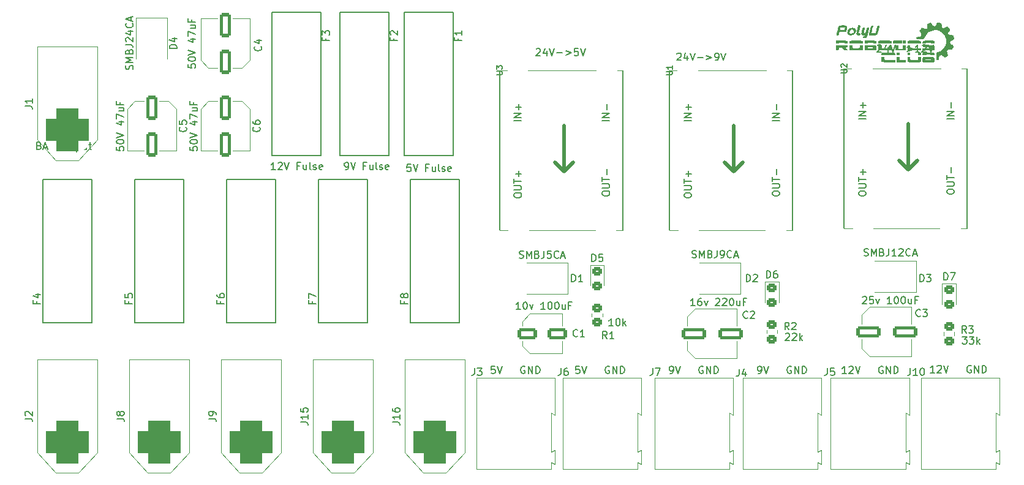
<source format=gbr>
G04 #@! TF.GenerationSoftware,KiCad,Pcbnew,6.0.2-378541a8eb~116~ubuntu18.04.1*
G04 #@! TF.CreationDate,2022-02-21T15:42:04+08:00*
G04 #@! TF.ProjectId,XT60_CAN,58543630-5f43-4414-9e2e-6b696361645f,rev?*
G04 #@! TF.SameCoordinates,Original*
G04 #@! TF.FileFunction,Legend,Top*
G04 #@! TF.FilePolarity,Positive*
%FSLAX46Y46*%
G04 Gerber Fmt 4.6, Leading zero omitted, Abs format (unit mm)*
G04 Created by KiCad (PCBNEW 6.0.2-378541a8eb~116~ubuntu18.04.1) date 2022-02-21 15:42:04*
%MOMM*%
%LPD*%
G01*
G04 APERTURE LIST*
G04 Aperture macros list*
%AMRoundRect*
0 Rectangle with rounded corners*
0 $1 Rounding radius*
0 $2 $3 $4 $5 $6 $7 $8 $9 X,Y pos of 4 corners*
0 Add a 4 corners polygon primitive as box body*
4,1,4,$2,$3,$4,$5,$6,$7,$8,$9,$2,$3,0*
0 Add four circle primitives for the rounded corners*
1,1,$1+$1,$2,$3*
1,1,$1+$1,$4,$5*
1,1,$1+$1,$6,$7*
1,1,$1+$1,$8,$9*
0 Add four rect primitives between the rounded corners*
20,1,$1+$1,$2,$3,$4,$5,0*
20,1,$1+$1,$4,$5,$6,$7,0*
20,1,$1+$1,$6,$7,$8,$9,0*
20,1,$1+$1,$8,$9,$2,$3,0*%
G04 Aperture macros list end*
%ADD10C,0.150000*%
%ADD11C,0.120000*%
%ADD12C,0.127000*%
%ADD13C,0.500000*%
%ADD14RoundRect,0.250000X-0.550000X1.412500X-0.550000X-1.412500X0.550000X-1.412500X0.550000X1.412500X0*%
%ADD15RoundRect,0.250000X0.550000X-1.412500X0.550000X1.412500X-0.550000X1.412500X-0.550000X-1.412500X0*%
%ADD16RoundRect,0.250000X-1.412500X-0.550000X1.412500X-0.550000X1.412500X0.550000X-1.412500X0.550000X0*%
%ADD17R,1.308000X4.500000*%
%ADD18R,2.500000X2.300000*%
%ADD19R,2.300000X2.500000*%
%ADD20R,1.980000X3.960000*%
%ADD21O,1.980000X3.960000*%
%ADD22RoundRect,0.250000X-0.450000X0.325000X-0.450000X-0.325000X0.450000X-0.325000X0.450000X0.325000X0*%
%ADD23RoundRect,1.500000X1.500000X-1.500000X1.500000X1.500000X-1.500000X1.500000X-1.500000X-1.500000X0*%
%ADD24C,6.000000*%
%ADD25C,2.400000*%
%ADD26RoundRect,0.250000X0.450000X-0.350000X0.450000X0.350000X-0.450000X0.350000X-0.450000X-0.350000X0*%
%ADD27RoundRect,0.250000X-1.137500X-0.550000X1.137500X-0.550000X1.137500X0.550000X-1.137500X0.550000X0*%
G04 APERTURE END LIST*
D10*
X173752285Y-74366380D02*
X173180857Y-74366380D01*
X173466571Y-74366380D02*
X173466571Y-73366380D01*
X173371333Y-73509238D01*
X173276095Y-73604476D01*
X173180857Y-73652095D01*
X174133238Y-73461619D02*
X174180857Y-73414000D01*
X174276095Y-73366380D01*
X174514190Y-73366380D01*
X174609428Y-73414000D01*
X174657047Y-73461619D01*
X174704666Y-73556857D01*
X174704666Y-73652095D01*
X174657047Y-73794952D01*
X174085619Y-74366380D01*
X174704666Y-74366380D01*
X174990380Y-73366380D02*
X175323714Y-74366380D01*
X175657047Y-73366380D01*
X178799904Y-73414000D02*
X178704666Y-73366380D01*
X178561809Y-73366380D01*
X178418952Y-73414000D01*
X178323714Y-73509238D01*
X178276095Y-73604476D01*
X178228476Y-73794952D01*
X178228476Y-73937809D01*
X178276095Y-74128285D01*
X178323714Y-74223523D01*
X178418952Y-74318761D01*
X178561809Y-74366380D01*
X178657047Y-74366380D01*
X178799904Y-74318761D01*
X178847523Y-74271142D01*
X178847523Y-73937809D01*
X178657047Y-73937809D01*
X179276095Y-74366380D02*
X179276095Y-73366380D01*
X179847523Y-74366380D01*
X179847523Y-73366380D01*
X180323714Y-74366380D02*
X180323714Y-73366380D01*
X180561809Y-73366380D01*
X180704666Y-73414000D01*
X180799904Y-73509238D01*
X180847523Y-73604476D01*
X180895142Y-73794952D01*
X180895142Y-73937809D01*
X180847523Y-74128285D01*
X180799904Y-74223523D01*
X180704666Y-74318761D01*
X180561809Y-74366380D01*
X180323714Y-74366380D01*
X161560285Y-74366380D02*
X161750761Y-74366380D01*
X161846000Y-74318761D01*
X161893619Y-74271142D01*
X161988857Y-74128285D01*
X162036476Y-73937809D01*
X162036476Y-73556857D01*
X161988857Y-73461619D01*
X161941238Y-73414000D01*
X161846000Y-73366380D01*
X161655523Y-73366380D01*
X161560285Y-73414000D01*
X161512666Y-73461619D01*
X161465047Y-73556857D01*
X161465047Y-73794952D01*
X161512666Y-73890190D01*
X161560285Y-73937809D01*
X161655523Y-73985428D01*
X161846000Y-73985428D01*
X161941238Y-73937809D01*
X161988857Y-73890190D01*
X162036476Y-73794952D01*
X162322190Y-73366380D02*
X162655523Y-74366380D01*
X162988857Y-73366380D01*
X166131714Y-73414000D02*
X166036476Y-73366380D01*
X165893619Y-73366380D01*
X165750761Y-73414000D01*
X165655523Y-73509238D01*
X165607904Y-73604476D01*
X165560285Y-73794952D01*
X165560285Y-73937809D01*
X165607904Y-74128285D01*
X165655523Y-74223523D01*
X165750761Y-74318761D01*
X165893619Y-74366380D01*
X165988857Y-74366380D01*
X166131714Y-74318761D01*
X166179333Y-74271142D01*
X166179333Y-73937809D01*
X165988857Y-73937809D01*
X166607904Y-74366380D02*
X166607904Y-73366380D01*
X167179333Y-74366380D01*
X167179333Y-73366380D01*
X167655523Y-74366380D02*
X167655523Y-73366380D01*
X167893619Y-73366380D01*
X168036476Y-73414000D01*
X168131714Y-73509238D01*
X168179333Y-73604476D01*
X168226952Y-73794952D01*
X168226952Y-73937809D01*
X168179333Y-74128285D01*
X168131714Y-74223523D01*
X168036476Y-74318761D01*
X167893619Y-74366380D01*
X167655523Y-74366380D01*
X141506261Y-67753630D02*
X140934833Y-67753630D01*
X141220547Y-67753630D02*
X141220547Y-66753630D01*
X141125309Y-66896488D01*
X141030071Y-66991726D01*
X140934833Y-67039345D01*
X142125309Y-66753630D02*
X142220547Y-66753630D01*
X142315785Y-66801250D01*
X142363404Y-66848869D01*
X142411023Y-66944107D01*
X142458642Y-67134583D01*
X142458642Y-67372678D01*
X142411023Y-67563154D01*
X142363404Y-67658392D01*
X142315785Y-67706011D01*
X142220547Y-67753630D01*
X142125309Y-67753630D01*
X142030071Y-67706011D01*
X141982452Y-67658392D01*
X141934833Y-67563154D01*
X141887214Y-67372678D01*
X141887214Y-67134583D01*
X141934833Y-66944107D01*
X141982452Y-66848869D01*
X142030071Y-66801250D01*
X142125309Y-66753630D01*
X142887214Y-67753630D02*
X142887214Y-66753630D01*
X142982452Y-67372678D02*
X143268166Y-67753630D01*
X143268166Y-67086964D02*
X142887214Y-67467916D01*
X175996166Y-63809619D02*
X176043785Y-63762000D01*
X176139023Y-63714380D01*
X176377119Y-63714380D01*
X176472357Y-63762000D01*
X176519976Y-63809619D01*
X176567595Y-63904857D01*
X176567595Y-64000095D01*
X176519976Y-64142952D01*
X175948547Y-64714380D01*
X176567595Y-64714380D01*
X177472357Y-63714380D02*
X176996166Y-63714380D01*
X176948547Y-64190571D01*
X176996166Y-64142952D01*
X177091404Y-64095333D01*
X177329500Y-64095333D01*
X177424738Y-64142952D01*
X177472357Y-64190571D01*
X177519976Y-64285809D01*
X177519976Y-64523904D01*
X177472357Y-64619142D01*
X177424738Y-64666761D01*
X177329500Y-64714380D01*
X177091404Y-64714380D01*
X176996166Y-64666761D01*
X176948547Y-64619142D01*
X177853309Y-64047714D02*
X178091404Y-64714380D01*
X178329500Y-64047714D01*
X179996166Y-64714380D02*
X179424738Y-64714380D01*
X179710452Y-64714380D02*
X179710452Y-63714380D01*
X179615214Y-63857238D01*
X179519976Y-63952476D01*
X179424738Y-64000095D01*
X180615214Y-63714380D02*
X180710452Y-63714380D01*
X180805690Y-63762000D01*
X180853309Y-63809619D01*
X180900928Y-63904857D01*
X180948547Y-64095333D01*
X180948547Y-64333428D01*
X180900928Y-64523904D01*
X180853309Y-64619142D01*
X180805690Y-64666761D01*
X180710452Y-64714380D01*
X180615214Y-64714380D01*
X180519976Y-64666761D01*
X180472357Y-64619142D01*
X180424738Y-64523904D01*
X180377119Y-64333428D01*
X180377119Y-64095333D01*
X180424738Y-63904857D01*
X180472357Y-63809619D01*
X180519976Y-63762000D01*
X180615214Y-63714380D01*
X181567595Y-63714380D02*
X181662833Y-63714380D01*
X181758071Y-63762000D01*
X181805690Y-63809619D01*
X181853309Y-63904857D01*
X181900928Y-64095333D01*
X181900928Y-64333428D01*
X181853309Y-64523904D01*
X181805690Y-64619142D01*
X181758071Y-64666761D01*
X181662833Y-64714380D01*
X181567595Y-64714380D01*
X181472357Y-64666761D01*
X181424738Y-64619142D01*
X181377119Y-64523904D01*
X181329500Y-64333428D01*
X181329500Y-64095333D01*
X181377119Y-63904857D01*
X181424738Y-63809619D01*
X181472357Y-63762000D01*
X181567595Y-63714380D01*
X182758071Y-64047714D02*
X182758071Y-64714380D01*
X182329500Y-64047714D02*
X182329500Y-64571523D01*
X182377119Y-64666761D01*
X182472357Y-64714380D01*
X182615214Y-64714380D01*
X182710452Y-64666761D01*
X182758071Y-64619142D01*
X183567595Y-64190571D02*
X183234261Y-64190571D01*
X183234261Y-64714380D02*
X183234261Y-63714380D01*
X183710452Y-63714380D01*
X113530380Y-45426380D02*
X113054190Y-45426380D01*
X113006571Y-45902571D01*
X113054190Y-45854952D01*
X113149428Y-45807333D01*
X113387523Y-45807333D01*
X113482761Y-45854952D01*
X113530380Y-45902571D01*
X113578000Y-45997809D01*
X113578000Y-46235904D01*
X113530380Y-46331142D01*
X113482761Y-46378761D01*
X113387523Y-46426380D01*
X113149428Y-46426380D01*
X113054190Y-46378761D01*
X113006571Y-46331142D01*
X113863714Y-45426380D02*
X114197047Y-46426380D01*
X114530380Y-45426380D01*
X115958952Y-45902571D02*
X115625619Y-45902571D01*
X115625619Y-46426380D02*
X115625619Y-45426380D01*
X116101809Y-45426380D01*
X116911333Y-45759714D02*
X116911333Y-46426380D01*
X116482761Y-45759714D02*
X116482761Y-46283523D01*
X116530380Y-46378761D01*
X116625619Y-46426380D01*
X116768476Y-46426380D01*
X116863714Y-46378761D01*
X116911333Y-46331142D01*
X117530380Y-46426380D02*
X117435142Y-46378761D01*
X117387523Y-46283523D01*
X117387523Y-45426380D01*
X117863714Y-46378761D02*
X117958952Y-46426380D01*
X118149428Y-46426380D01*
X118244666Y-46378761D01*
X118292285Y-46283523D01*
X118292285Y-46235904D01*
X118244666Y-46140666D01*
X118149428Y-46093047D01*
X118006571Y-46093047D01*
X117911333Y-46045428D01*
X117863714Y-45950190D01*
X117863714Y-45902571D01*
X117911333Y-45807333D01*
X118006571Y-45759714D01*
X118149428Y-45759714D01*
X118244666Y-45807333D01*
X119101809Y-46378761D02*
X119006571Y-46426380D01*
X118816095Y-46426380D01*
X118720857Y-46378761D01*
X118673238Y-46283523D01*
X118673238Y-45902571D01*
X118720857Y-45807333D01*
X118816095Y-45759714D01*
X119006571Y-45759714D01*
X119101809Y-45807333D01*
X119149428Y-45902571D01*
X119149428Y-45997809D01*
X118673238Y-46093047D01*
X62153547Y-42854571D02*
X62296404Y-42902190D01*
X62344023Y-42949809D01*
X62391642Y-43045047D01*
X62391642Y-43187904D01*
X62344023Y-43283142D01*
X62296404Y-43330761D01*
X62201166Y-43378380D01*
X61820214Y-43378380D01*
X61820214Y-42378380D01*
X62153547Y-42378380D01*
X62248785Y-42426000D01*
X62296404Y-42473619D01*
X62344023Y-42568857D01*
X62344023Y-42664095D01*
X62296404Y-42759333D01*
X62248785Y-42806952D01*
X62153547Y-42854571D01*
X61820214Y-42854571D01*
X62772595Y-43092666D02*
X63248785Y-43092666D01*
X62677357Y-43378380D02*
X63010690Y-42378380D01*
X63344023Y-43378380D01*
X63534500Y-42378380D02*
X64105928Y-42378380D01*
X63820214Y-43378380D02*
X63820214Y-42378380D01*
X64296404Y-42378380D02*
X64867833Y-42378380D01*
X64582119Y-43378380D02*
X64582119Y-42378380D01*
X65963071Y-43378380D02*
X65963071Y-42711714D01*
X65963071Y-42378380D02*
X65915452Y-42426000D01*
X65963071Y-42473619D01*
X66010690Y-42426000D01*
X65963071Y-42378380D01*
X65963071Y-42473619D01*
X66439261Y-42711714D02*
X66439261Y-43378380D01*
X66439261Y-42806952D02*
X66486880Y-42759333D01*
X66582119Y-42711714D01*
X66724976Y-42711714D01*
X66820214Y-42759333D01*
X66867833Y-42854571D01*
X66867833Y-43378380D01*
X67344023Y-42711714D02*
X67344023Y-43711714D01*
X67344023Y-42759333D02*
X67439261Y-42711714D01*
X67629738Y-42711714D01*
X67724976Y-42759333D01*
X67772595Y-42806952D01*
X67820214Y-42902190D01*
X67820214Y-43187904D01*
X67772595Y-43283142D01*
X67724976Y-43330761D01*
X67629738Y-43378380D01*
X67439261Y-43378380D01*
X67344023Y-43330761D01*
X68677357Y-42711714D02*
X68677357Y-43378380D01*
X68248785Y-42711714D02*
X68248785Y-43235523D01*
X68296404Y-43330761D01*
X68391642Y-43378380D01*
X68534500Y-43378380D01*
X68629738Y-43330761D01*
X68677357Y-43283142D01*
X69010690Y-42711714D02*
X69391642Y-42711714D01*
X69153547Y-42378380D02*
X69153547Y-43235523D01*
X69201166Y-43330761D01*
X69296404Y-43378380D01*
X69391642Y-43378380D01*
X83018380Y-43012952D02*
X83018380Y-43489142D01*
X83494571Y-43536761D01*
X83446952Y-43489142D01*
X83399333Y-43393904D01*
X83399333Y-43155809D01*
X83446952Y-43060571D01*
X83494571Y-43012952D01*
X83589809Y-42965333D01*
X83827904Y-42965333D01*
X83923142Y-43012952D01*
X83970761Y-43060571D01*
X84018380Y-43155809D01*
X84018380Y-43393904D01*
X83970761Y-43489142D01*
X83923142Y-43536761D01*
X83018380Y-42346285D02*
X83018380Y-42251047D01*
X83066000Y-42155809D01*
X83113619Y-42108190D01*
X83208857Y-42060571D01*
X83399333Y-42012952D01*
X83637428Y-42012952D01*
X83827904Y-42060571D01*
X83923142Y-42108190D01*
X83970761Y-42155809D01*
X84018380Y-42251047D01*
X84018380Y-42346285D01*
X83970761Y-42441523D01*
X83923142Y-42489142D01*
X83827904Y-42536761D01*
X83637428Y-42584380D01*
X83399333Y-42584380D01*
X83208857Y-42536761D01*
X83113619Y-42489142D01*
X83066000Y-42441523D01*
X83018380Y-42346285D01*
X83018380Y-41727238D02*
X84018380Y-41393904D01*
X83018380Y-41060571D01*
X83351714Y-39536761D02*
X84018380Y-39536761D01*
X82970761Y-39774857D02*
X83685047Y-40012952D01*
X83685047Y-39393904D01*
X83018380Y-39108190D02*
X83018380Y-38441523D01*
X84018380Y-38870095D01*
X83351714Y-37632000D02*
X84018380Y-37632000D01*
X83351714Y-38060571D02*
X83875523Y-38060571D01*
X83970761Y-38012952D01*
X84018380Y-37917714D01*
X84018380Y-37774857D01*
X83970761Y-37679619D01*
X83923142Y-37632000D01*
X83494571Y-36822476D02*
X83494571Y-37155809D01*
X84018380Y-37155809D02*
X83018380Y-37155809D01*
X83018380Y-36679619D01*
X152827595Y-64968380D02*
X152256166Y-64968380D01*
X152541880Y-64968380D02*
X152541880Y-63968380D01*
X152446642Y-64111238D01*
X152351404Y-64206476D01*
X152256166Y-64254095D01*
X153684738Y-63968380D02*
X153494261Y-63968380D01*
X153399023Y-64016000D01*
X153351404Y-64063619D01*
X153256166Y-64206476D01*
X153208547Y-64396952D01*
X153208547Y-64777904D01*
X153256166Y-64873142D01*
X153303785Y-64920761D01*
X153399023Y-64968380D01*
X153589500Y-64968380D01*
X153684738Y-64920761D01*
X153732357Y-64873142D01*
X153779976Y-64777904D01*
X153779976Y-64539809D01*
X153732357Y-64444571D01*
X153684738Y-64396952D01*
X153589500Y-64349333D01*
X153399023Y-64349333D01*
X153303785Y-64396952D01*
X153256166Y-64444571D01*
X153208547Y-64539809D01*
X154113309Y-64301714D02*
X154351404Y-64968380D01*
X154589500Y-64301714D01*
X155684738Y-64063619D02*
X155732357Y-64016000D01*
X155827595Y-63968380D01*
X156065690Y-63968380D01*
X156160928Y-64016000D01*
X156208547Y-64063619D01*
X156256166Y-64158857D01*
X156256166Y-64254095D01*
X156208547Y-64396952D01*
X155637119Y-64968380D01*
X156256166Y-64968380D01*
X156637119Y-64063619D02*
X156684738Y-64016000D01*
X156779976Y-63968380D01*
X157018071Y-63968380D01*
X157113309Y-64016000D01*
X157160928Y-64063619D01*
X157208547Y-64158857D01*
X157208547Y-64254095D01*
X157160928Y-64396952D01*
X156589500Y-64968380D01*
X157208547Y-64968380D01*
X157827595Y-63968380D02*
X157922833Y-63968380D01*
X158018071Y-64016000D01*
X158065690Y-64063619D01*
X158113309Y-64158857D01*
X158160928Y-64349333D01*
X158160928Y-64587428D01*
X158113309Y-64777904D01*
X158065690Y-64873142D01*
X158018071Y-64920761D01*
X157922833Y-64968380D01*
X157827595Y-64968380D01*
X157732357Y-64920761D01*
X157684738Y-64873142D01*
X157637119Y-64777904D01*
X157589500Y-64587428D01*
X157589500Y-64349333D01*
X157637119Y-64158857D01*
X157684738Y-64063619D01*
X157732357Y-64016000D01*
X157827595Y-63968380D01*
X159018071Y-64301714D02*
X159018071Y-64968380D01*
X158589500Y-64301714D02*
X158589500Y-64825523D01*
X158637119Y-64920761D01*
X158732357Y-64968380D01*
X158875214Y-64968380D01*
X158970452Y-64920761D01*
X159018071Y-64873142D01*
X159827595Y-64444571D02*
X159494261Y-64444571D01*
X159494261Y-64968380D02*
X159494261Y-63968380D01*
X159970452Y-63968380D01*
X150336666Y-30144619D02*
X150384285Y-30097000D01*
X150479523Y-30049380D01*
X150717619Y-30049380D01*
X150812857Y-30097000D01*
X150860476Y-30144619D01*
X150908095Y-30239857D01*
X150908095Y-30335095D01*
X150860476Y-30477952D01*
X150289047Y-31049380D01*
X150908095Y-31049380D01*
X151765238Y-30382714D02*
X151765238Y-31049380D01*
X151527142Y-30001761D02*
X151289047Y-30716047D01*
X151908095Y-30716047D01*
X152146190Y-30049380D02*
X152479523Y-31049380D01*
X152812857Y-30049380D01*
X153146190Y-30668428D02*
X153908095Y-30668428D01*
X154384285Y-30382714D02*
X155146190Y-30668428D01*
X154384285Y-30954142D01*
X155670000Y-31049380D02*
X155860476Y-31049380D01*
X155955714Y-31001761D01*
X156003333Y-30954142D01*
X156098571Y-30811285D01*
X156146190Y-30620809D01*
X156146190Y-30239857D01*
X156098571Y-30144619D01*
X156050952Y-30097000D01*
X155955714Y-30049380D01*
X155765238Y-30049380D01*
X155670000Y-30097000D01*
X155622380Y-30144619D01*
X155574761Y-30239857D01*
X155574761Y-30477952D01*
X155622380Y-30573190D01*
X155670000Y-30620809D01*
X155765238Y-30668428D01*
X155955714Y-30668428D01*
X156050952Y-30620809D01*
X156098571Y-30573190D01*
X156146190Y-30477952D01*
X156431904Y-30049380D02*
X156765238Y-31049380D01*
X157098571Y-30049380D01*
X176210452Y-58062761D02*
X176353309Y-58110380D01*
X176591404Y-58110380D01*
X176686642Y-58062761D01*
X176734261Y-58015142D01*
X176781880Y-57919904D01*
X176781880Y-57824666D01*
X176734261Y-57729428D01*
X176686642Y-57681809D01*
X176591404Y-57634190D01*
X176400928Y-57586571D01*
X176305690Y-57538952D01*
X176258071Y-57491333D01*
X176210452Y-57396095D01*
X176210452Y-57300857D01*
X176258071Y-57205619D01*
X176305690Y-57158000D01*
X176400928Y-57110380D01*
X176639023Y-57110380D01*
X176781880Y-57158000D01*
X177210452Y-58110380D02*
X177210452Y-57110380D01*
X177543785Y-57824666D01*
X177877119Y-57110380D01*
X177877119Y-58110380D01*
X178686642Y-57586571D02*
X178829500Y-57634190D01*
X178877119Y-57681809D01*
X178924738Y-57777047D01*
X178924738Y-57919904D01*
X178877119Y-58015142D01*
X178829500Y-58062761D01*
X178734261Y-58110380D01*
X178353309Y-58110380D01*
X178353309Y-57110380D01*
X178686642Y-57110380D01*
X178781880Y-57158000D01*
X178829500Y-57205619D01*
X178877119Y-57300857D01*
X178877119Y-57396095D01*
X178829500Y-57491333D01*
X178781880Y-57538952D01*
X178686642Y-57586571D01*
X178353309Y-57586571D01*
X179639023Y-57110380D02*
X179639023Y-57824666D01*
X179591404Y-57967523D01*
X179496166Y-58062761D01*
X179353309Y-58110380D01*
X179258071Y-58110380D01*
X180639023Y-58110380D02*
X180067595Y-58110380D01*
X180353309Y-58110380D02*
X180353309Y-57110380D01*
X180258071Y-57253238D01*
X180162833Y-57348476D01*
X180067595Y-57396095D01*
X181019976Y-57205619D02*
X181067595Y-57158000D01*
X181162833Y-57110380D01*
X181400928Y-57110380D01*
X181496166Y-57158000D01*
X181543785Y-57205619D01*
X181591404Y-57300857D01*
X181591404Y-57396095D01*
X181543785Y-57538952D01*
X180972357Y-58110380D01*
X181591404Y-58110380D01*
X182591404Y-58015142D02*
X182543785Y-58062761D01*
X182400928Y-58110380D01*
X182305690Y-58110380D01*
X182162833Y-58062761D01*
X182067595Y-57967523D01*
X182019976Y-57872285D01*
X181972357Y-57681809D01*
X181972357Y-57538952D01*
X182019976Y-57348476D01*
X182067595Y-57253238D01*
X182162833Y-57158000D01*
X182305690Y-57110380D01*
X182400928Y-57110380D01*
X182543785Y-57158000D01*
X182591404Y-57205619D01*
X182972357Y-57824666D02*
X183448547Y-57824666D01*
X182877119Y-58110380D02*
X183210452Y-57110380D01*
X183543785Y-58110380D01*
X104465809Y-46172380D02*
X104656285Y-46172380D01*
X104751523Y-46124761D01*
X104799142Y-46077142D01*
X104894380Y-45934285D01*
X104942000Y-45743809D01*
X104942000Y-45362857D01*
X104894380Y-45267619D01*
X104846761Y-45220000D01*
X104751523Y-45172380D01*
X104561047Y-45172380D01*
X104465809Y-45220000D01*
X104418190Y-45267619D01*
X104370571Y-45362857D01*
X104370571Y-45600952D01*
X104418190Y-45696190D01*
X104465809Y-45743809D01*
X104561047Y-45791428D01*
X104751523Y-45791428D01*
X104846761Y-45743809D01*
X104894380Y-45696190D01*
X104942000Y-45600952D01*
X105227714Y-45172380D02*
X105561047Y-46172380D01*
X105894380Y-45172380D01*
X107322952Y-45648571D02*
X106989619Y-45648571D01*
X106989619Y-46172380D02*
X106989619Y-45172380D01*
X107465809Y-45172380D01*
X108275333Y-45505714D02*
X108275333Y-46172380D01*
X107846761Y-45505714D02*
X107846761Y-46029523D01*
X107894380Y-46124761D01*
X107989619Y-46172380D01*
X108132476Y-46172380D01*
X108227714Y-46124761D01*
X108275333Y-46077142D01*
X108894380Y-46172380D02*
X108799142Y-46124761D01*
X108751523Y-46029523D01*
X108751523Y-45172380D01*
X109227714Y-46124761D02*
X109322952Y-46172380D01*
X109513428Y-46172380D01*
X109608666Y-46124761D01*
X109656285Y-46029523D01*
X109656285Y-45981904D01*
X109608666Y-45886666D01*
X109513428Y-45839047D01*
X109370571Y-45839047D01*
X109275333Y-45791428D01*
X109227714Y-45696190D01*
X109227714Y-45648571D01*
X109275333Y-45553333D01*
X109370571Y-45505714D01*
X109513428Y-45505714D01*
X109608666Y-45553333D01*
X110465809Y-46124761D02*
X110370571Y-46172380D01*
X110180095Y-46172380D01*
X110084857Y-46124761D01*
X110037238Y-46029523D01*
X110037238Y-45648571D01*
X110084857Y-45553333D01*
X110180095Y-45505714D01*
X110370571Y-45505714D01*
X110465809Y-45553333D01*
X110513428Y-45648571D01*
X110513428Y-45743809D01*
X110037238Y-45839047D01*
X130894166Y-29510869D02*
X130941785Y-29463250D01*
X131037023Y-29415630D01*
X131275119Y-29415630D01*
X131370357Y-29463250D01*
X131417976Y-29510869D01*
X131465595Y-29606107D01*
X131465595Y-29701345D01*
X131417976Y-29844202D01*
X130846547Y-30415630D01*
X131465595Y-30415630D01*
X132322738Y-29748964D02*
X132322738Y-30415630D01*
X132084642Y-29368011D02*
X131846547Y-30082297D01*
X132465595Y-30082297D01*
X132703690Y-29415630D02*
X133037023Y-30415630D01*
X133370357Y-29415630D01*
X133703690Y-30034678D02*
X134465595Y-30034678D01*
X134941785Y-29748964D02*
X135703690Y-30034678D01*
X134941785Y-30320392D01*
X136656071Y-29415630D02*
X136179880Y-29415630D01*
X136132261Y-29891821D01*
X136179880Y-29844202D01*
X136275119Y-29796583D01*
X136513214Y-29796583D01*
X136608452Y-29844202D01*
X136656071Y-29891821D01*
X136703690Y-29987059D01*
X136703690Y-30225154D01*
X136656071Y-30320392D01*
X136608452Y-30368011D01*
X136513214Y-30415630D01*
X136275119Y-30415630D01*
X136179880Y-30368011D01*
X136132261Y-30320392D01*
X136989404Y-29415630D02*
X137322738Y-30415630D01*
X137656071Y-29415630D01*
X94813809Y-46172380D02*
X94242380Y-46172380D01*
X94528095Y-46172380D02*
X94528095Y-45172380D01*
X94432857Y-45315238D01*
X94337619Y-45410476D01*
X94242380Y-45458095D01*
X95194761Y-45267619D02*
X95242380Y-45220000D01*
X95337619Y-45172380D01*
X95575714Y-45172380D01*
X95670952Y-45220000D01*
X95718571Y-45267619D01*
X95766190Y-45362857D01*
X95766190Y-45458095D01*
X95718571Y-45600952D01*
X95147142Y-46172380D01*
X95766190Y-46172380D01*
X96051904Y-45172380D02*
X96385238Y-46172380D01*
X96718571Y-45172380D01*
X98147142Y-45648571D02*
X97813809Y-45648571D01*
X97813809Y-46172380D02*
X97813809Y-45172380D01*
X98290000Y-45172380D01*
X99099523Y-45505714D02*
X99099523Y-46172380D01*
X98670952Y-45505714D02*
X98670952Y-46029523D01*
X98718571Y-46124761D01*
X98813809Y-46172380D01*
X98956666Y-46172380D01*
X99051904Y-46124761D01*
X99099523Y-46077142D01*
X99718571Y-46172380D02*
X99623333Y-46124761D01*
X99575714Y-46029523D01*
X99575714Y-45172380D01*
X100051904Y-46124761D02*
X100147142Y-46172380D01*
X100337619Y-46172380D01*
X100432857Y-46124761D01*
X100480476Y-46029523D01*
X100480476Y-45981904D01*
X100432857Y-45886666D01*
X100337619Y-45839047D01*
X100194761Y-45839047D01*
X100099523Y-45791428D01*
X100051904Y-45696190D01*
X100051904Y-45648571D01*
X100099523Y-45553333D01*
X100194761Y-45505714D01*
X100337619Y-45505714D01*
X100432857Y-45553333D01*
X101290000Y-46124761D02*
X101194761Y-46172380D01*
X101004285Y-46172380D01*
X100909047Y-46124761D01*
X100861428Y-46029523D01*
X100861428Y-45648571D01*
X100909047Y-45553333D01*
X101004285Y-45505714D01*
X101194761Y-45505714D01*
X101290000Y-45553333D01*
X101337619Y-45648571D01*
X101337619Y-45743809D01*
X100861428Y-45839047D01*
X149368285Y-74366380D02*
X149558761Y-74366380D01*
X149654000Y-74318761D01*
X149701619Y-74271142D01*
X149796857Y-74128285D01*
X149844476Y-73937809D01*
X149844476Y-73556857D01*
X149796857Y-73461619D01*
X149749238Y-73414000D01*
X149654000Y-73366380D01*
X149463523Y-73366380D01*
X149368285Y-73414000D01*
X149320666Y-73461619D01*
X149273047Y-73556857D01*
X149273047Y-73794952D01*
X149320666Y-73890190D01*
X149368285Y-73937809D01*
X149463523Y-73985428D01*
X149654000Y-73985428D01*
X149749238Y-73937809D01*
X149796857Y-73890190D01*
X149844476Y-73794952D01*
X150130190Y-73366380D02*
X150463523Y-74366380D01*
X150796857Y-73366380D01*
X153939714Y-73414000D02*
X153844476Y-73366380D01*
X153701619Y-73366380D01*
X153558761Y-73414000D01*
X153463523Y-73509238D01*
X153415904Y-73604476D01*
X153368285Y-73794952D01*
X153368285Y-73937809D01*
X153415904Y-74128285D01*
X153463523Y-74223523D01*
X153558761Y-74318761D01*
X153701619Y-74366380D01*
X153796857Y-74366380D01*
X153939714Y-74318761D01*
X153987333Y-74271142D01*
X153987333Y-73937809D01*
X153796857Y-73937809D01*
X154415904Y-74366380D02*
X154415904Y-73366380D01*
X154987333Y-74366380D01*
X154987333Y-73366380D01*
X155463523Y-74366380D02*
X155463523Y-73366380D01*
X155701619Y-73366380D01*
X155844476Y-73414000D01*
X155939714Y-73509238D01*
X155987333Y-73604476D01*
X156034952Y-73794952D01*
X156034952Y-73937809D01*
X155987333Y-74128285D01*
X155939714Y-74223523D01*
X155844476Y-74318761D01*
X155701619Y-74366380D01*
X155463523Y-74366380D01*
X189793714Y-69259380D02*
X190412761Y-69259380D01*
X190079428Y-69640333D01*
X190222285Y-69640333D01*
X190317523Y-69687952D01*
X190365142Y-69735571D01*
X190412761Y-69830809D01*
X190412761Y-70068904D01*
X190365142Y-70164142D01*
X190317523Y-70211761D01*
X190222285Y-70259380D01*
X189936571Y-70259380D01*
X189841333Y-70211761D01*
X189793714Y-70164142D01*
X190746095Y-69259380D02*
X191365142Y-69259380D01*
X191031809Y-69640333D01*
X191174666Y-69640333D01*
X191269904Y-69687952D01*
X191317523Y-69735571D01*
X191365142Y-69830809D01*
X191365142Y-70068904D01*
X191317523Y-70164142D01*
X191269904Y-70211761D01*
X191174666Y-70259380D01*
X190888952Y-70259380D01*
X190793714Y-70211761D01*
X190746095Y-70164142D01*
X191793714Y-70259380D02*
X191793714Y-69259380D01*
X191888952Y-69878428D02*
X192174666Y-70259380D01*
X192174666Y-69592714D02*
X191793714Y-69973666D01*
X136842857Y-73366380D02*
X136366666Y-73366380D01*
X136319047Y-73842571D01*
X136366666Y-73794952D01*
X136461904Y-73747333D01*
X136700000Y-73747333D01*
X136795238Y-73794952D01*
X136842857Y-73842571D01*
X136890476Y-73937809D01*
X136890476Y-74175904D01*
X136842857Y-74271142D01*
X136795238Y-74318761D01*
X136700000Y-74366380D01*
X136461904Y-74366380D01*
X136366666Y-74318761D01*
X136319047Y-74271142D01*
X137176190Y-73366380D02*
X137509523Y-74366380D01*
X137842857Y-73366380D01*
X140985714Y-73414000D02*
X140890476Y-73366380D01*
X140747619Y-73366380D01*
X140604761Y-73414000D01*
X140509523Y-73509238D01*
X140461904Y-73604476D01*
X140414285Y-73794952D01*
X140414285Y-73937809D01*
X140461904Y-74128285D01*
X140509523Y-74223523D01*
X140604761Y-74318761D01*
X140747619Y-74366380D01*
X140842857Y-74366380D01*
X140985714Y-74318761D01*
X141033333Y-74271142D01*
X141033333Y-73937809D01*
X140842857Y-73937809D01*
X141461904Y-74366380D02*
X141461904Y-73366380D01*
X142033333Y-74366380D01*
X142033333Y-73366380D01*
X142509523Y-74366380D02*
X142509523Y-73366380D01*
X142747619Y-73366380D01*
X142890476Y-73414000D01*
X142985714Y-73509238D01*
X143033333Y-73604476D01*
X143080952Y-73794952D01*
X143080952Y-73937809D01*
X143033333Y-74128285D01*
X142985714Y-74223523D01*
X142890476Y-74318761D01*
X142747619Y-74366380D01*
X142509523Y-74366380D01*
X128679595Y-65467630D02*
X128108166Y-65467630D01*
X128393880Y-65467630D02*
X128393880Y-64467630D01*
X128298642Y-64610488D01*
X128203404Y-64705726D01*
X128108166Y-64753345D01*
X129298642Y-64467630D02*
X129393880Y-64467630D01*
X129489119Y-64515250D01*
X129536738Y-64562869D01*
X129584357Y-64658107D01*
X129631976Y-64848583D01*
X129631976Y-65086678D01*
X129584357Y-65277154D01*
X129536738Y-65372392D01*
X129489119Y-65420011D01*
X129393880Y-65467630D01*
X129298642Y-65467630D01*
X129203404Y-65420011D01*
X129155785Y-65372392D01*
X129108166Y-65277154D01*
X129060547Y-65086678D01*
X129060547Y-64848583D01*
X129108166Y-64658107D01*
X129155785Y-64562869D01*
X129203404Y-64515250D01*
X129298642Y-64467630D01*
X129965309Y-64800964D02*
X130203404Y-65467630D01*
X130441500Y-64800964D01*
X132108166Y-65467630D02*
X131536738Y-65467630D01*
X131822452Y-65467630D02*
X131822452Y-64467630D01*
X131727214Y-64610488D01*
X131631976Y-64705726D01*
X131536738Y-64753345D01*
X132727214Y-64467630D02*
X132822452Y-64467630D01*
X132917690Y-64515250D01*
X132965309Y-64562869D01*
X133012928Y-64658107D01*
X133060547Y-64848583D01*
X133060547Y-65086678D01*
X133012928Y-65277154D01*
X132965309Y-65372392D01*
X132917690Y-65420011D01*
X132822452Y-65467630D01*
X132727214Y-65467630D01*
X132631976Y-65420011D01*
X132584357Y-65372392D01*
X132536738Y-65277154D01*
X132489119Y-65086678D01*
X132489119Y-64848583D01*
X132536738Y-64658107D01*
X132584357Y-64562869D01*
X132631976Y-64515250D01*
X132727214Y-64467630D01*
X133679595Y-64467630D02*
X133774833Y-64467630D01*
X133870071Y-64515250D01*
X133917690Y-64562869D01*
X133965309Y-64658107D01*
X134012928Y-64848583D01*
X134012928Y-65086678D01*
X133965309Y-65277154D01*
X133917690Y-65372392D01*
X133870071Y-65420011D01*
X133774833Y-65467630D01*
X133679595Y-65467630D01*
X133584357Y-65420011D01*
X133536738Y-65372392D01*
X133489119Y-65277154D01*
X133441500Y-65086678D01*
X133441500Y-64848583D01*
X133489119Y-64658107D01*
X133536738Y-64562869D01*
X133584357Y-64515250D01*
X133679595Y-64467630D01*
X134870071Y-64800964D02*
X134870071Y-65467630D01*
X134441500Y-64800964D02*
X134441500Y-65324773D01*
X134489119Y-65420011D01*
X134584357Y-65467630D01*
X134727214Y-65467630D01*
X134822452Y-65420011D01*
X134870071Y-65372392D01*
X135679595Y-64943821D02*
X135346261Y-64943821D01*
X135346261Y-65467630D02*
X135346261Y-64467630D01*
X135822452Y-64467630D01*
X125158857Y-73366380D02*
X124682666Y-73366380D01*
X124635047Y-73842571D01*
X124682666Y-73794952D01*
X124777904Y-73747333D01*
X125016000Y-73747333D01*
X125111238Y-73794952D01*
X125158857Y-73842571D01*
X125206476Y-73937809D01*
X125206476Y-74175904D01*
X125158857Y-74271142D01*
X125111238Y-74318761D01*
X125016000Y-74366380D01*
X124777904Y-74366380D01*
X124682666Y-74318761D01*
X124635047Y-74271142D01*
X125492190Y-73366380D02*
X125825523Y-74366380D01*
X126158857Y-73366380D01*
X129301714Y-73414000D02*
X129206476Y-73366380D01*
X129063619Y-73366380D01*
X128920761Y-73414000D01*
X128825523Y-73509238D01*
X128777904Y-73604476D01*
X128730285Y-73794952D01*
X128730285Y-73937809D01*
X128777904Y-74128285D01*
X128825523Y-74223523D01*
X128920761Y-74318761D01*
X129063619Y-74366380D01*
X129158857Y-74366380D01*
X129301714Y-74318761D01*
X129349333Y-74271142D01*
X129349333Y-73937809D01*
X129158857Y-73937809D01*
X129777904Y-74366380D02*
X129777904Y-73366380D01*
X130349333Y-74366380D01*
X130349333Y-73366380D01*
X130825523Y-74366380D02*
X130825523Y-73366380D01*
X131063619Y-73366380D01*
X131206476Y-73414000D01*
X131301714Y-73509238D01*
X131349333Y-73604476D01*
X131396952Y-73794952D01*
X131396952Y-73937809D01*
X131349333Y-74128285D01*
X131301714Y-74223523D01*
X131206476Y-74318761D01*
X131063619Y-74366380D01*
X130825523Y-74366380D01*
X128544642Y-58360011D02*
X128687500Y-58407630D01*
X128925595Y-58407630D01*
X129020833Y-58360011D01*
X129068452Y-58312392D01*
X129116071Y-58217154D01*
X129116071Y-58121916D01*
X129068452Y-58026678D01*
X129020833Y-57979059D01*
X128925595Y-57931440D01*
X128735119Y-57883821D01*
X128639880Y-57836202D01*
X128592261Y-57788583D01*
X128544642Y-57693345D01*
X128544642Y-57598107D01*
X128592261Y-57502869D01*
X128639880Y-57455250D01*
X128735119Y-57407630D01*
X128973214Y-57407630D01*
X129116071Y-57455250D01*
X129544642Y-58407630D02*
X129544642Y-57407630D01*
X129877976Y-58121916D01*
X130211309Y-57407630D01*
X130211309Y-58407630D01*
X131020833Y-57883821D02*
X131163690Y-57931440D01*
X131211309Y-57979059D01*
X131258928Y-58074297D01*
X131258928Y-58217154D01*
X131211309Y-58312392D01*
X131163690Y-58360011D01*
X131068452Y-58407630D01*
X130687500Y-58407630D01*
X130687500Y-57407630D01*
X131020833Y-57407630D01*
X131116071Y-57455250D01*
X131163690Y-57502869D01*
X131211309Y-57598107D01*
X131211309Y-57693345D01*
X131163690Y-57788583D01*
X131116071Y-57836202D01*
X131020833Y-57883821D01*
X130687500Y-57883821D01*
X131973214Y-57407630D02*
X131973214Y-58121916D01*
X131925595Y-58264773D01*
X131830357Y-58360011D01*
X131687500Y-58407630D01*
X131592261Y-58407630D01*
X132925595Y-57407630D02*
X132449404Y-57407630D01*
X132401785Y-57883821D01*
X132449404Y-57836202D01*
X132544642Y-57788583D01*
X132782738Y-57788583D01*
X132877976Y-57836202D01*
X132925595Y-57883821D01*
X132973214Y-57979059D01*
X132973214Y-58217154D01*
X132925595Y-58312392D01*
X132877976Y-58360011D01*
X132782738Y-58407630D01*
X132544642Y-58407630D01*
X132449404Y-58360011D01*
X132401785Y-58312392D01*
X133973214Y-58312392D02*
X133925595Y-58360011D01*
X133782738Y-58407630D01*
X133687500Y-58407630D01*
X133544642Y-58360011D01*
X133449404Y-58264773D01*
X133401785Y-58169535D01*
X133354166Y-57979059D01*
X133354166Y-57836202D01*
X133401785Y-57645726D01*
X133449404Y-57550488D01*
X133544642Y-57455250D01*
X133687500Y-57407630D01*
X133782738Y-57407630D01*
X133925595Y-57455250D01*
X133973214Y-57502869D01*
X134354166Y-58121916D02*
X134830357Y-58121916D01*
X134258928Y-58407630D02*
X134592261Y-57407630D01*
X134925595Y-58407630D01*
X75080761Y-32321047D02*
X75128380Y-32178190D01*
X75128380Y-31940095D01*
X75080761Y-31844857D01*
X75033142Y-31797238D01*
X74937904Y-31749619D01*
X74842666Y-31749619D01*
X74747428Y-31797238D01*
X74699809Y-31844857D01*
X74652190Y-31940095D01*
X74604571Y-32130571D01*
X74556952Y-32225809D01*
X74509333Y-32273428D01*
X74414095Y-32321047D01*
X74318857Y-32321047D01*
X74223619Y-32273428D01*
X74176000Y-32225809D01*
X74128380Y-32130571D01*
X74128380Y-31892476D01*
X74176000Y-31749619D01*
X75128380Y-31321047D02*
X74128380Y-31321047D01*
X74842666Y-30987714D01*
X74128380Y-30654380D01*
X75128380Y-30654380D01*
X74604571Y-29844857D02*
X74652190Y-29702000D01*
X74699809Y-29654380D01*
X74795047Y-29606761D01*
X74937904Y-29606761D01*
X75033142Y-29654380D01*
X75080761Y-29702000D01*
X75128380Y-29797238D01*
X75128380Y-30178190D01*
X74128380Y-30178190D01*
X74128380Y-29844857D01*
X74176000Y-29749619D01*
X74223619Y-29702000D01*
X74318857Y-29654380D01*
X74414095Y-29654380D01*
X74509333Y-29702000D01*
X74556952Y-29749619D01*
X74604571Y-29844857D01*
X74604571Y-30178190D01*
X74128380Y-28892476D02*
X74842666Y-28892476D01*
X74985523Y-28940095D01*
X75080761Y-29035333D01*
X75128380Y-29178190D01*
X75128380Y-29273428D01*
X74223619Y-28463904D02*
X74176000Y-28416285D01*
X74128380Y-28321047D01*
X74128380Y-28082952D01*
X74176000Y-27987714D01*
X74223619Y-27940095D01*
X74318857Y-27892476D01*
X74414095Y-27892476D01*
X74556952Y-27940095D01*
X75128380Y-28511523D01*
X75128380Y-27892476D01*
X74461714Y-27035333D02*
X75128380Y-27035333D01*
X74080761Y-27273428D02*
X74795047Y-27511523D01*
X74795047Y-26892476D01*
X75033142Y-25940095D02*
X75080761Y-25987714D01*
X75128380Y-26130571D01*
X75128380Y-26225809D01*
X75080761Y-26368666D01*
X74985523Y-26463904D01*
X74890285Y-26511523D01*
X74699809Y-26559142D01*
X74556952Y-26559142D01*
X74366476Y-26511523D01*
X74271238Y-26463904D01*
X74176000Y-26368666D01*
X74128380Y-26225809D01*
X74128380Y-26130571D01*
X74176000Y-25987714D01*
X74223619Y-25940095D01*
X74842666Y-25559142D02*
X74842666Y-25082952D01*
X75128380Y-25654380D02*
X74128380Y-25321047D01*
X75128380Y-24987714D01*
X72858380Y-43012952D02*
X72858380Y-43489142D01*
X73334571Y-43536761D01*
X73286952Y-43489142D01*
X73239333Y-43393904D01*
X73239333Y-43155809D01*
X73286952Y-43060571D01*
X73334571Y-43012952D01*
X73429809Y-42965333D01*
X73667904Y-42965333D01*
X73763142Y-43012952D01*
X73810761Y-43060571D01*
X73858380Y-43155809D01*
X73858380Y-43393904D01*
X73810761Y-43489142D01*
X73763142Y-43536761D01*
X72858380Y-42346285D02*
X72858380Y-42251047D01*
X72906000Y-42155809D01*
X72953619Y-42108190D01*
X73048857Y-42060571D01*
X73239333Y-42012952D01*
X73477428Y-42012952D01*
X73667904Y-42060571D01*
X73763142Y-42108190D01*
X73810761Y-42155809D01*
X73858380Y-42251047D01*
X73858380Y-42346285D01*
X73810761Y-42441523D01*
X73763142Y-42489142D01*
X73667904Y-42536761D01*
X73477428Y-42584380D01*
X73239333Y-42584380D01*
X73048857Y-42536761D01*
X72953619Y-42489142D01*
X72906000Y-42441523D01*
X72858380Y-42346285D01*
X72858380Y-41727238D02*
X73858380Y-41393904D01*
X72858380Y-41060571D01*
X73191714Y-39536761D02*
X73858380Y-39536761D01*
X72810761Y-39774857D02*
X73525047Y-40012952D01*
X73525047Y-39393904D01*
X72858380Y-39108190D02*
X72858380Y-38441523D01*
X73858380Y-38870095D01*
X73191714Y-37632000D02*
X73858380Y-37632000D01*
X73191714Y-38060571D02*
X73715523Y-38060571D01*
X73810761Y-38012952D01*
X73858380Y-37917714D01*
X73858380Y-37774857D01*
X73810761Y-37679619D01*
X73763142Y-37632000D01*
X73334571Y-36822476D02*
X73334571Y-37155809D01*
X73858380Y-37155809D02*
X72858380Y-37155809D01*
X72858380Y-36679619D01*
X165336833Y-68889619D02*
X165384452Y-68842000D01*
X165479690Y-68794380D01*
X165717785Y-68794380D01*
X165813023Y-68842000D01*
X165860642Y-68889619D01*
X165908261Y-68984857D01*
X165908261Y-69080095D01*
X165860642Y-69222952D01*
X165289214Y-69794380D01*
X165908261Y-69794380D01*
X166289214Y-68889619D02*
X166336833Y-68842000D01*
X166432071Y-68794380D01*
X166670166Y-68794380D01*
X166765404Y-68842000D01*
X166813023Y-68889619D01*
X166860642Y-68984857D01*
X166860642Y-69080095D01*
X166813023Y-69222952D01*
X166241595Y-69794380D01*
X166860642Y-69794380D01*
X167289214Y-69794380D02*
X167289214Y-68794380D01*
X167384452Y-69413428D02*
X167670166Y-69794380D01*
X167670166Y-69127714D02*
X167289214Y-69508666D01*
X152438642Y-58316761D02*
X152581500Y-58364380D01*
X152819595Y-58364380D01*
X152914833Y-58316761D01*
X152962452Y-58269142D01*
X153010071Y-58173904D01*
X153010071Y-58078666D01*
X152962452Y-57983428D01*
X152914833Y-57935809D01*
X152819595Y-57888190D01*
X152629119Y-57840571D01*
X152533880Y-57792952D01*
X152486261Y-57745333D01*
X152438642Y-57650095D01*
X152438642Y-57554857D01*
X152486261Y-57459619D01*
X152533880Y-57412000D01*
X152629119Y-57364380D01*
X152867214Y-57364380D01*
X153010071Y-57412000D01*
X153438642Y-58364380D02*
X153438642Y-57364380D01*
X153771976Y-58078666D01*
X154105309Y-57364380D01*
X154105309Y-58364380D01*
X154914833Y-57840571D02*
X155057690Y-57888190D01*
X155105309Y-57935809D01*
X155152928Y-58031047D01*
X155152928Y-58173904D01*
X155105309Y-58269142D01*
X155057690Y-58316761D01*
X154962452Y-58364380D01*
X154581500Y-58364380D01*
X154581500Y-57364380D01*
X154914833Y-57364380D01*
X155010071Y-57412000D01*
X155057690Y-57459619D01*
X155105309Y-57554857D01*
X155105309Y-57650095D01*
X155057690Y-57745333D01*
X155010071Y-57792952D01*
X154914833Y-57840571D01*
X154581500Y-57840571D01*
X155867214Y-57364380D02*
X155867214Y-58078666D01*
X155819595Y-58221523D01*
X155724357Y-58316761D01*
X155581500Y-58364380D01*
X155486261Y-58364380D01*
X156391023Y-58364380D02*
X156581500Y-58364380D01*
X156676738Y-58316761D01*
X156724357Y-58269142D01*
X156819595Y-58126285D01*
X156867214Y-57935809D01*
X156867214Y-57554857D01*
X156819595Y-57459619D01*
X156771976Y-57412000D01*
X156676738Y-57364380D01*
X156486261Y-57364380D01*
X156391023Y-57412000D01*
X156343404Y-57459619D01*
X156295785Y-57554857D01*
X156295785Y-57792952D01*
X156343404Y-57888190D01*
X156391023Y-57935809D01*
X156486261Y-57983428D01*
X156676738Y-57983428D01*
X156771976Y-57935809D01*
X156819595Y-57888190D01*
X156867214Y-57792952D01*
X157867214Y-58269142D02*
X157819595Y-58316761D01*
X157676738Y-58364380D01*
X157581500Y-58364380D01*
X157438642Y-58316761D01*
X157343404Y-58221523D01*
X157295785Y-58126285D01*
X157248166Y-57935809D01*
X157248166Y-57792952D01*
X157295785Y-57602476D01*
X157343404Y-57507238D01*
X157438642Y-57412000D01*
X157581500Y-57364380D01*
X157676738Y-57364380D01*
X157819595Y-57412000D01*
X157867214Y-57459619D01*
X158248166Y-58078666D02*
X158724357Y-58078666D01*
X158152928Y-58364380D02*
X158486261Y-57364380D01*
X158819595Y-58364380D01*
X178051976Y-29011619D02*
X178099595Y-28964000D01*
X178194833Y-28916380D01*
X178432928Y-28916380D01*
X178528166Y-28964000D01*
X178575785Y-29011619D01*
X178623404Y-29106857D01*
X178623404Y-29202095D01*
X178575785Y-29344952D01*
X178004357Y-29916380D01*
X178623404Y-29916380D01*
X179480547Y-29249714D02*
X179480547Y-29916380D01*
X179242452Y-28868761D02*
X179004357Y-29583047D01*
X179623404Y-29583047D01*
X179861500Y-28916380D02*
X180194833Y-29916380D01*
X180528166Y-28916380D01*
X180861500Y-29535428D02*
X181623404Y-29535428D01*
X182099595Y-29249714D02*
X182861500Y-29535428D01*
X182099595Y-29821142D01*
X183861500Y-29916380D02*
X183290071Y-29916380D01*
X183575785Y-29916380D02*
X183575785Y-28916380D01*
X183480547Y-29059238D01*
X183385309Y-29154476D01*
X183290071Y-29202095D01*
X184242452Y-29011619D02*
X184290071Y-28964000D01*
X184385309Y-28916380D01*
X184623404Y-28916380D01*
X184718642Y-28964000D01*
X184766261Y-29011619D01*
X184813880Y-29106857D01*
X184813880Y-29202095D01*
X184766261Y-29344952D01*
X184194833Y-29916380D01*
X184813880Y-29916380D01*
X185099595Y-28916380D02*
X185432928Y-29916380D01*
X185766261Y-28916380D01*
X185944285Y-74249380D02*
X185372857Y-74249380D01*
X185658571Y-74249380D02*
X185658571Y-73249380D01*
X185563333Y-73392238D01*
X185468095Y-73487476D01*
X185372857Y-73535095D01*
X186325238Y-73344619D02*
X186372857Y-73297000D01*
X186468095Y-73249380D01*
X186706190Y-73249380D01*
X186801428Y-73297000D01*
X186849047Y-73344619D01*
X186896666Y-73439857D01*
X186896666Y-73535095D01*
X186849047Y-73677952D01*
X186277619Y-74249380D01*
X186896666Y-74249380D01*
X187182380Y-73249380D02*
X187515714Y-74249380D01*
X187849047Y-73249380D01*
X190991904Y-73297000D02*
X190896666Y-73249380D01*
X190753809Y-73249380D01*
X190610952Y-73297000D01*
X190515714Y-73392238D01*
X190468095Y-73487476D01*
X190420476Y-73677952D01*
X190420476Y-73820809D01*
X190468095Y-74011285D01*
X190515714Y-74106523D01*
X190610952Y-74201761D01*
X190753809Y-74249380D01*
X190849047Y-74249380D01*
X190991904Y-74201761D01*
X191039523Y-74154142D01*
X191039523Y-73820809D01*
X190849047Y-73820809D01*
X191468095Y-74249380D02*
X191468095Y-73249380D01*
X192039523Y-74249380D01*
X192039523Y-73249380D01*
X192515714Y-74249380D02*
X192515714Y-73249380D01*
X192753809Y-73249380D01*
X192896666Y-73297000D01*
X192991904Y-73392238D01*
X193039523Y-73487476D01*
X193087142Y-73677952D01*
X193087142Y-73820809D01*
X193039523Y-74011285D01*
X192991904Y-74106523D01*
X192896666Y-74201761D01*
X192753809Y-74249380D01*
X192515714Y-74249380D01*
X82764380Y-31582952D02*
X82764380Y-32059142D01*
X83240571Y-32106761D01*
X83192952Y-32059142D01*
X83145333Y-31963904D01*
X83145333Y-31725809D01*
X83192952Y-31630571D01*
X83240571Y-31582952D01*
X83335809Y-31535333D01*
X83573904Y-31535333D01*
X83669142Y-31582952D01*
X83716761Y-31630571D01*
X83764380Y-31725809D01*
X83764380Y-31963904D01*
X83716761Y-32059142D01*
X83669142Y-32106761D01*
X82764380Y-30916285D02*
X82764380Y-30821047D01*
X82812000Y-30725809D01*
X82859619Y-30678190D01*
X82954857Y-30630571D01*
X83145333Y-30582952D01*
X83383428Y-30582952D01*
X83573904Y-30630571D01*
X83669142Y-30678190D01*
X83716761Y-30725809D01*
X83764380Y-30821047D01*
X83764380Y-30916285D01*
X83716761Y-31011523D01*
X83669142Y-31059142D01*
X83573904Y-31106761D01*
X83383428Y-31154380D01*
X83145333Y-31154380D01*
X82954857Y-31106761D01*
X82859619Y-31059142D01*
X82812000Y-31011523D01*
X82764380Y-30916285D01*
X82764380Y-30297238D02*
X83764380Y-29963904D01*
X82764380Y-29630571D01*
X83097714Y-28106761D02*
X83764380Y-28106761D01*
X82716761Y-28344857D02*
X83431047Y-28582952D01*
X83431047Y-27963904D01*
X82764380Y-27678190D02*
X82764380Y-27011523D01*
X83764380Y-27440095D01*
X83097714Y-26202000D02*
X83764380Y-26202000D01*
X83097714Y-26630571D02*
X83621523Y-26630571D01*
X83716761Y-26582952D01*
X83764380Y-26487714D01*
X83764380Y-26344857D01*
X83716761Y-26249619D01*
X83669142Y-26202000D01*
X83240571Y-25392476D02*
X83240571Y-25725809D01*
X83764380Y-25725809D02*
X82764380Y-25725809D01*
X82764380Y-25249619D01*
X92593642Y-40298666D02*
X92641261Y-40346285D01*
X92688880Y-40489142D01*
X92688880Y-40584380D01*
X92641261Y-40727238D01*
X92546023Y-40822476D01*
X92450785Y-40870095D01*
X92260309Y-40917714D01*
X92117452Y-40917714D01*
X91926976Y-40870095D01*
X91831738Y-40822476D01*
X91736500Y-40727238D01*
X91688880Y-40584380D01*
X91688880Y-40489142D01*
X91736500Y-40346285D01*
X91784119Y-40298666D01*
X91688880Y-39441523D02*
X91688880Y-39632000D01*
X91736500Y-39727238D01*
X91784119Y-39774857D01*
X91926976Y-39870095D01*
X92117452Y-39917714D01*
X92498404Y-39917714D01*
X92593642Y-39870095D01*
X92641261Y-39822476D01*
X92688880Y-39727238D01*
X92688880Y-39536761D01*
X92641261Y-39441523D01*
X92593642Y-39393904D01*
X92498404Y-39346285D01*
X92260309Y-39346285D01*
X92165071Y-39393904D01*
X92117452Y-39441523D01*
X92069833Y-39536761D01*
X92069833Y-39727238D01*
X92117452Y-39822476D01*
X92165071Y-39870095D01*
X92260309Y-39917714D01*
X92815642Y-29122666D02*
X92863261Y-29170285D01*
X92910880Y-29313142D01*
X92910880Y-29408380D01*
X92863261Y-29551238D01*
X92768023Y-29646476D01*
X92672785Y-29694095D01*
X92482309Y-29741714D01*
X92339452Y-29741714D01*
X92148976Y-29694095D01*
X92053738Y-29646476D01*
X91958500Y-29551238D01*
X91910880Y-29408380D01*
X91910880Y-29313142D01*
X91958500Y-29170285D01*
X92006119Y-29122666D01*
X92244214Y-28265523D02*
X92910880Y-28265523D01*
X91863261Y-28503619D02*
X92577547Y-28741714D01*
X92577547Y-28122666D01*
X160107333Y-66651142D02*
X160059714Y-66698761D01*
X159916857Y-66746380D01*
X159821619Y-66746380D01*
X159678761Y-66698761D01*
X159583523Y-66603523D01*
X159535904Y-66508285D01*
X159488285Y-66317809D01*
X159488285Y-66174952D01*
X159535904Y-65984476D01*
X159583523Y-65889238D01*
X159678761Y-65794000D01*
X159821619Y-65746380D01*
X159916857Y-65746380D01*
X160059714Y-65794000D01*
X160107333Y-65841619D01*
X160488285Y-65841619D02*
X160535904Y-65794000D01*
X160631142Y-65746380D01*
X160869238Y-65746380D01*
X160964476Y-65794000D01*
X161012095Y-65841619D01*
X161059714Y-65936857D01*
X161059714Y-66032095D01*
X161012095Y-66174952D01*
X160440666Y-66746380D01*
X161059714Y-66746380D01*
X173026053Y-32779925D02*
X173663474Y-32779925D01*
X173738465Y-32742430D01*
X173775960Y-32704934D01*
X173813455Y-32629944D01*
X173813455Y-32479962D01*
X173775960Y-32404972D01*
X173738465Y-32367476D01*
X173663474Y-32329981D01*
X173026053Y-32329981D01*
X173101044Y-31992523D02*
X173063549Y-31955028D01*
X173026053Y-31880037D01*
X173026053Y-31692560D01*
X173063549Y-31617570D01*
X173101044Y-31580074D01*
X173176035Y-31542579D01*
X173251025Y-31542579D01*
X173363511Y-31580074D01*
X173813455Y-32030018D01*
X173813455Y-31542579D01*
X176449630Y-39164857D02*
X175449630Y-39164857D01*
X176449630Y-38688666D02*
X175449630Y-38688666D01*
X176449630Y-38117238D01*
X175449630Y-38117238D01*
X176068678Y-37641047D02*
X176068678Y-36879142D01*
X176449630Y-37260095D02*
X175687726Y-37260095D01*
X188641630Y-39164857D02*
X187641630Y-39164857D01*
X188641630Y-38688666D02*
X187641630Y-38688666D01*
X188641630Y-38117238D01*
X187641630Y-38117238D01*
X188260678Y-37641047D02*
X188260678Y-36879142D01*
X187641630Y-49293047D02*
X187641630Y-49102571D01*
X187689250Y-49007333D01*
X187784488Y-48912095D01*
X187974964Y-48864476D01*
X188308297Y-48864476D01*
X188498773Y-48912095D01*
X188594011Y-49007333D01*
X188641630Y-49102571D01*
X188641630Y-49293047D01*
X188594011Y-49388285D01*
X188498773Y-49483523D01*
X188308297Y-49531142D01*
X187974964Y-49531142D01*
X187784488Y-49483523D01*
X187689250Y-49388285D01*
X187641630Y-49293047D01*
X187641630Y-48435904D02*
X188451154Y-48435904D01*
X188546392Y-48388285D01*
X188594011Y-48340666D01*
X188641630Y-48245428D01*
X188641630Y-48054952D01*
X188594011Y-47959714D01*
X188546392Y-47912095D01*
X188451154Y-47864476D01*
X187641630Y-47864476D01*
X187641630Y-47531142D02*
X187641630Y-46959714D01*
X188641630Y-47245428D02*
X187641630Y-47245428D01*
X188260678Y-46626380D02*
X188260678Y-45864476D01*
X175449630Y-49547047D02*
X175449630Y-49356571D01*
X175497250Y-49261333D01*
X175592488Y-49166095D01*
X175782964Y-49118476D01*
X176116297Y-49118476D01*
X176306773Y-49166095D01*
X176402011Y-49261333D01*
X176449630Y-49356571D01*
X176449630Y-49547047D01*
X176402011Y-49642285D01*
X176306773Y-49737523D01*
X176116297Y-49785142D01*
X175782964Y-49785142D01*
X175592488Y-49737523D01*
X175497250Y-49642285D01*
X175449630Y-49547047D01*
X175449630Y-48689904D02*
X176259154Y-48689904D01*
X176354392Y-48642285D01*
X176402011Y-48594666D01*
X176449630Y-48499428D01*
X176449630Y-48308952D01*
X176402011Y-48213714D01*
X176354392Y-48166095D01*
X176259154Y-48118476D01*
X175449630Y-48118476D01*
X175449630Y-47785142D02*
X175449630Y-47213714D01*
X176449630Y-47499428D02*
X175449630Y-47499428D01*
X176068678Y-46880380D02*
X176068678Y-46118476D01*
X176449630Y-46499428D02*
X175687726Y-46499428D01*
X183917404Y-61666380D02*
X183917404Y-60666380D01*
X184155500Y-60666380D01*
X184298357Y-60714000D01*
X184393595Y-60809238D01*
X184441214Y-60904476D01*
X184488833Y-61094952D01*
X184488833Y-61237809D01*
X184441214Y-61428285D01*
X184393595Y-61523523D01*
X184298357Y-61618761D01*
X184155500Y-61666380D01*
X183917404Y-61666380D01*
X184822166Y-60666380D02*
X185441214Y-60666380D01*
X185107880Y-61047333D01*
X185250738Y-61047333D01*
X185345976Y-61094952D01*
X185393595Y-61142571D01*
X185441214Y-61237809D01*
X185441214Y-61475904D01*
X185393595Y-61571142D01*
X185345976Y-61618761D01*
X185250738Y-61666380D01*
X184965023Y-61666380D01*
X184869785Y-61618761D01*
X184822166Y-61571142D01*
X148896053Y-33033925D02*
X149533474Y-33033925D01*
X149608465Y-32996430D01*
X149645960Y-32958934D01*
X149683455Y-32883944D01*
X149683455Y-32733962D01*
X149645960Y-32658972D01*
X149608465Y-32621476D01*
X149533474Y-32583981D01*
X148896053Y-32583981D01*
X149683455Y-31796579D02*
X149683455Y-32246523D01*
X149683455Y-32021551D02*
X148896053Y-32021551D01*
X149008539Y-32096542D01*
X149083530Y-32171532D01*
X149121025Y-32246523D01*
X163511630Y-49547047D02*
X163511630Y-49356571D01*
X163559250Y-49261333D01*
X163654488Y-49166095D01*
X163844964Y-49118476D01*
X164178297Y-49118476D01*
X164368773Y-49166095D01*
X164464011Y-49261333D01*
X164511630Y-49356571D01*
X164511630Y-49547047D01*
X164464011Y-49642285D01*
X164368773Y-49737523D01*
X164178297Y-49785142D01*
X163844964Y-49785142D01*
X163654488Y-49737523D01*
X163559250Y-49642285D01*
X163511630Y-49547047D01*
X163511630Y-48689904D02*
X164321154Y-48689904D01*
X164416392Y-48642285D01*
X164464011Y-48594666D01*
X164511630Y-48499428D01*
X164511630Y-48308952D01*
X164464011Y-48213714D01*
X164416392Y-48166095D01*
X164321154Y-48118476D01*
X163511630Y-48118476D01*
X163511630Y-47785142D02*
X163511630Y-47213714D01*
X164511630Y-47499428D02*
X163511630Y-47499428D01*
X164130678Y-46880380D02*
X164130678Y-46118476D01*
X164511630Y-39418857D02*
X163511630Y-39418857D01*
X164511630Y-38942666D02*
X163511630Y-38942666D01*
X164511630Y-38371238D01*
X163511630Y-38371238D01*
X164130678Y-37895047D02*
X164130678Y-37133142D01*
X151319630Y-49801047D02*
X151319630Y-49610571D01*
X151367250Y-49515333D01*
X151462488Y-49420095D01*
X151652964Y-49372476D01*
X151986297Y-49372476D01*
X152176773Y-49420095D01*
X152272011Y-49515333D01*
X152319630Y-49610571D01*
X152319630Y-49801047D01*
X152272011Y-49896285D01*
X152176773Y-49991523D01*
X151986297Y-50039142D01*
X151652964Y-50039142D01*
X151462488Y-49991523D01*
X151367250Y-49896285D01*
X151319630Y-49801047D01*
X151319630Y-48943904D02*
X152129154Y-48943904D01*
X152224392Y-48896285D01*
X152272011Y-48848666D01*
X152319630Y-48753428D01*
X152319630Y-48562952D01*
X152272011Y-48467714D01*
X152224392Y-48420095D01*
X152129154Y-48372476D01*
X151319630Y-48372476D01*
X151319630Y-48039142D02*
X151319630Y-47467714D01*
X152319630Y-47753428D02*
X151319630Y-47753428D01*
X151938678Y-47134380D02*
X151938678Y-46372476D01*
X152319630Y-46753428D02*
X151557726Y-46753428D01*
X152319630Y-39418857D02*
X151319630Y-39418857D01*
X152319630Y-38942666D02*
X151319630Y-38942666D01*
X152319630Y-38371238D01*
X151319630Y-38371238D01*
X151938678Y-37895047D02*
X151938678Y-37133142D01*
X152319630Y-37514095D02*
X151557726Y-37514095D01*
X81178880Y-29440095D02*
X80178880Y-29440095D01*
X80178880Y-29202000D01*
X80226500Y-29059142D01*
X80321738Y-28963904D01*
X80416976Y-28916285D01*
X80607452Y-28868666D01*
X80750309Y-28868666D01*
X80940785Y-28916285D01*
X81036023Y-28963904D01*
X81131261Y-29059142D01*
X81178880Y-29202000D01*
X81178880Y-29440095D01*
X80512214Y-28011523D02*
X81178880Y-28011523D01*
X80131261Y-28249619D02*
X80845547Y-28487714D01*
X80845547Y-27868666D01*
X159925904Y-61666380D02*
X159925904Y-60666380D01*
X160164000Y-60666380D01*
X160306857Y-60714000D01*
X160402095Y-60809238D01*
X160449714Y-60904476D01*
X160497333Y-61094952D01*
X160497333Y-61237809D01*
X160449714Y-61428285D01*
X160402095Y-61523523D01*
X160306857Y-61618761D01*
X160164000Y-61666380D01*
X159925904Y-61666380D01*
X160878285Y-60761619D02*
X160925904Y-60714000D01*
X161021142Y-60666380D01*
X161259238Y-60666380D01*
X161354476Y-60714000D01*
X161402095Y-60761619D01*
X161449714Y-60856857D01*
X161449714Y-60952095D01*
X161402095Y-61094952D01*
X160830666Y-61666380D01*
X161449714Y-61666380D01*
X122348666Y-73620380D02*
X122348666Y-74334666D01*
X122301047Y-74477523D01*
X122205809Y-74572761D01*
X122062952Y-74620380D01*
X121967714Y-74620380D01*
X122729619Y-73620380D02*
X123348666Y-73620380D01*
X123015333Y-74001333D01*
X123158190Y-74001333D01*
X123253428Y-74048952D01*
X123301047Y-74096571D01*
X123348666Y-74191809D01*
X123348666Y-74429904D01*
X123301047Y-74525142D01*
X123253428Y-74572761D01*
X123158190Y-74620380D01*
X122872476Y-74620380D01*
X122777238Y-74572761D01*
X122729619Y-74525142D01*
X138569404Y-58863630D02*
X138569404Y-57863630D01*
X138807500Y-57863630D01*
X138950357Y-57911250D01*
X139045595Y-58006488D01*
X139093214Y-58101726D01*
X139140833Y-58292202D01*
X139140833Y-58435059D01*
X139093214Y-58625535D01*
X139045595Y-58720773D01*
X138950357Y-58816011D01*
X138807500Y-58863630D01*
X138569404Y-58863630D01*
X140045595Y-57863630D02*
X139569404Y-57863630D01*
X139521785Y-58339821D01*
X139569404Y-58292202D01*
X139664642Y-58244583D01*
X139902738Y-58244583D01*
X139997976Y-58292202D01*
X140045595Y-58339821D01*
X140093214Y-58435059D01*
X140093214Y-58673154D01*
X140045595Y-58768392D01*
X139997976Y-58816011D01*
X139902738Y-58863630D01*
X139664642Y-58863630D01*
X139569404Y-58816011D01*
X139521785Y-58768392D01*
X135775404Y-61657630D02*
X135775404Y-60657630D01*
X136013500Y-60657630D01*
X136156357Y-60705250D01*
X136251595Y-60800488D01*
X136299214Y-60895726D01*
X136346833Y-61086202D01*
X136346833Y-61229059D01*
X136299214Y-61419535D01*
X136251595Y-61514773D01*
X136156357Y-61610011D01*
X136013500Y-61657630D01*
X135775404Y-61657630D01*
X137299214Y-61657630D02*
X136727785Y-61657630D01*
X137013500Y-61657630D02*
X137013500Y-60657630D01*
X136918261Y-60800488D01*
X136823023Y-60895726D01*
X136727785Y-60943345D01*
X158924666Y-73742380D02*
X158924666Y-74456666D01*
X158877047Y-74599523D01*
X158781809Y-74694761D01*
X158638952Y-74742380D01*
X158543714Y-74742380D01*
X159829428Y-74075714D02*
X159829428Y-74742380D01*
X159591333Y-73694761D02*
X159353238Y-74409047D01*
X159972285Y-74409047D01*
X183980833Y-66397142D02*
X183933214Y-66444761D01*
X183790357Y-66492380D01*
X183695119Y-66492380D01*
X183552261Y-66444761D01*
X183457023Y-66349523D01*
X183409404Y-66254285D01*
X183361785Y-66063809D01*
X183361785Y-65920952D01*
X183409404Y-65730476D01*
X183457023Y-65635238D01*
X183552261Y-65540000D01*
X183695119Y-65492380D01*
X183790357Y-65492380D01*
X183933214Y-65540000D01*
X183980833Y-65587619D01*
X184314166Y-65492380D02*
X184933214Y-65492380D01*
X184599880Y-65873333D01*
X184742738Y-65873333D01*
X184837976Y-65920952D01*
X184885595Y-65968571D01*
X184933214Y-66063809D01*
X184933214Y-66301904D01*
X184885595Y-66397142D01*
X184837976Y-66444761D01*
X184742738Y-66492380D01*
X184457023Y-66492380D01*
X184361785Y-66444761D01*
X184314166Y-66397142D01*
X98294880Y-81073523D02*
X99009166Y-81073523D01*
X99152023Y-81121142D01*
X99247261Y-81216380D01*
X99294880Y-81359238D01*
X99294880Y-81454476D01*
X99294880Y-80073523D02*
X99294880Y-80644952D01*
X99294880Y-80359238D02*
X98294880Y-80359238D01*
X98437738Y-80454476D01*
X98532976Y-80549714D01*
X98580595Y-80644952D01*
X98294880Y-79168761D02*
X98294880Y-79644952D01*
X98771071Y-79692571D01*
X98723452Y-79644952D01*
X98675833Y-79549714D01*
X98675833Y-79311619D01*
X98723452Y-79216380D01*
X98771071Y-79168761D01*
X98866309Y-79121142D01*
X99104404Y-79121142D01*
X99199642Y-79168761D01*
X99247261Y-79216380D01*
X99294880Y-79311619D01*
X99294880Y-79549714D01*
X99247261Y-79644952D01*
X99199642Y-79692571D01*
X82433642Y-40298666D02*
X82481261Y-40346285D01*
X82528880Y-40489142D01*
X82528880Y-40584380D01*
X82481261Y-40727238D01*
X82386023Y-40822476D01*
X82290785Y-40870095D01*
X82100309Y-40917714D01*
X81957452Y-40917714D01*
X81766976Y-40870095D01*
X81671738Y-40822476D01*
X81576500Y-40727238D01*
X81528880Y-40584380D01*
X81528880Y-40489142D01*
X81576500Y-40346285D01*
X81624119Y-40298666D01*
X81528880Y-39393904D02*
X81528880Y-39870095D01*
X82005071Y-39917714D01*
X81957452Y-39870095D01*
X81909833Y-39774857D01*
X81909833Y-39536761D01*
X81957452Y-39441523D01*
X82005071Y-39393904D01*
X82100309Y-39346285D01*
X82338404Y-39346285D01*
X82433642Y-39393904D01*
X82481261Y-39441523D01*
X82528880Y-39536761D01*
X82528880Y-39774857D01*
X82481261Y-39870095D01*
X82433642Y-39917714D01*
X187216904Y-61428380D02*
X187216904Y-60428380D01*
X187455000Y-60428380D01*
X187597857Y-60476000D01*
X187693095Y-60571238D01*
X187740714Y-60666476D01*
X187788333Y-60856952D01*
X187788333Y-60999809D01*
X187740714Y-61190285D01*
X187693095Y-61285523D01*
X187597857Y-61380761D01*
X187455000Y-61428380D01*
X187216904Y-61428380D01*
X188121666Y-60428380D02*
X188788333Y-60428380D01*
X188359761Y-61428380D01*
X85594880Y-80597333D02*
X86309166Y-80597333D01*
X86452023Y-80644952D01*
X86547261Y-80740190D01*
X86594880Y-80883047D01*
X86594880Y-80978285D01*
X86594880Y-80073523D02*
X86594880Y-79883047D01*
X86547261Y-79787809D01*
X86499642Y-79740190D01*
X86356785Y-79644952D01*
X86166309Y-79597333D01*
X85785357Y-79597333D01*
X85690119Y-79644952D01*
X85642500Y-79692571D01*
X85594880Y-79787809D01*
X85594880Y-79978285D01*
X85642500Y-80073523D01*
X85690119Y-80121142D01*
X85785357Y-80168761D01*
X86023452Y-80168761D01*
X86118690Y-80121142D01*
X86166309Y-80073523D01*
X86213928Y-79978285D01*
X86213928Y-79787809D01*
X86166309Y-79692571D01*
X86118690Y-79644952D01*
X86023452Y-79597333D01*
X162717404Y-61158380D02*
X162717404Y-60158380D01*
X162955500Y-60158380D01*
X163098357Y-60206000D01*
X163193595Y-60301238D01*
X163241214Y-60396476D01*
X163288833Y-60586952D01*
X163288833Y-60729809D01*
X163241214Y-60920285D01*
X163193595Y-61015523D01*
X163098357Y-61110761D01*
X162955500Y-61158380D01*
X162717404Y-61158380D01*
X164145976Y-60158380D02*
X163955500Y-60158380D01*
X163860261Y-60206000D01*
X163812642Y-60253619D01*
X163717404Y-60396476D01*
X163669785Y-60586952D01*
X163669785Y-60967904D01*
X163717404Y-61063142D01*
X163765023Y-61110761D01*
X163860261Y-61158380D01*
X164050738Y-61158380D01*
X164145976Y-61110761D01*
X164193595Y-61063142D01*
X164241214Y-60967904D01*
X164241214Y-60729809D01*
X164193595Y-60634571D01*
X164145976Y-60586952D01*
X164050738Y-60539333D01*
X163860261Y-60539333D01*
X163765023Y-60586952D01*
X163717404Y-60634571D01*
X163669785Y-60729809D01*
X101780995Y-28009969D02*
X101780995Y-28343749D01*
X102305506Y-28343749D02*
X101304167Y-28343749D01*
X101304167Y-27866921D01*
X101304167Y-27580824D02*
X101304167Y-26960947D01*
X101685630Y-27294727D01*
X101685630Y-27151679D01*
X101733312Y-27056313D01*
X101780995Y-27008630D01*
X101876361Y-26960947D01*
X102114775Y-26960947D01*
X102210141Y-27008630D01*
X102257823Y-27056313D01*
X102305506Y-27151679D01*
X102305506Y-27437775D01*
X102257823Y-27533141D01*
X102210141Y-27580824D01*
X112630455Y-64351589D02*
X112630455Y-64685369D01*
X113154966Y-64685369D02*
X112153627Y-64685369D01*
X112153627Y-64208541D01*
X112582772Y-63684030D02*
X112535090Y-63779395D01*
X112487407Y-63827078D01*
X112392041Y-63874761D01*
X112344358Y-63874761D01*
X112248993Y-63827078D01*
X112201310Y-63779395D01*
X112153627Y-63684030D01*
X112153627Y-63493299D01*
X112201310Y-63397933D01*
X112248993Y-63350250D01*
X112344358Y-63302567D01*
X112392041Y-63302567D01*
X112487407Y-63350250D01*
X112535090Y-63397933D01*
X112582772Y-63493299D01*
X112582772Y-63684030D01*
X112630455Y-63779395D01*
X112678138Y-63827078D01*
X112773504Y-63874761D01*
X112964235Y-63874761D01*
X113059601Y-63827078D01*
X113107283Y-63779395D01*
X113154966Y-63684030D01*
X113154966Y-63493299D01*
X113107283Y-63397933D01*
X113059601Y-63350250D01*
X112964235Y-63302567D01*
X112773504Y-63302567D01*
X112678138Y-63350250D01*
X112630455Y-63397933D01*
X112582772Y-63493299D01*
X190330833Y-68778380D02*
X189997500Y-68302190D01*
X189759404Y-68778380D02*
X189759404Y-67778380D01*
X190140357Y-67778380D01*
X190235595Y-67826000D01*
X190283214Y-67873619D01*
X190330833Y-67968857D01*
X190330833Y-68111714D01*
X190283214Y-68206952D01*
X190235595Y-68254571D01*
X190140357Y-68302190D01*
X189759404Y-68302190D01*
X190664166Y-67778380D02*
X191283214Y-67778380D01*
X190949880Y-68159333D01*
X191092738Y-68159333D01*
X191187976Y-68206952D01*
X191235595Y-68254571D01*
X191283214Y-68349809D01*
X191283214Y-68587904D01*
X191235595Y-68683142D01*
X191187976Y-68730761D01*
X191092738Y-68778380D01*
X190807023Y-68778380D01*
X190711785Y-68730761D01*
X190664166Y-68683142D01*
X140664833Y-69531630D02*
X140331500Y-69055440D01*
X140093404Y-69531630D02*
X140093404Y-68531630D01*
X140474357Y-68531630D01*
X140569595Y-68579250D01*
X140617214Y-68626869D01*
X140664833Y-68722107D01*
X140664833Y-68864964D01*
X140617214Y-68960202D01*
X140569595Y-69007821D01*
X140474357Y-69055440D01*
X140093404Y-69055440D01*
X141617214Y-69531630D02*
X141045785Y-69531630D01*
X141331500Y-69531630D02*
X141331500Y-68531630D01*
X141236261Y-68674488D01*
X141141023Y-68769726D01*
X141045785Y-68817345D01*
X171116666Y-73620380D02*
X171116666Y-74334666D01*
X171069047Y-74477523D01*
X170973809Y-74572761D01*
X170830952Y-74620380D01*
X170735714Y-74620380D01*
X172069047Y-73620380D02*
X171592857Y-73620380D01*
X171545238Y-74096571D01*
X171592857Y-74048952D01*
X171688095Y-74001333D01*
X171926190Y-74001333D01*
X172021428Y-74048952D01*
X172069047Y-74096571D01*
X172116666Y-74191809D01*
X172116666Y-74429904D01*
X172069047Y-74525142D01*
X172021428Y-74572761D01*
X171926190Y-74620380D01*
X171688095Y-74620380D01*
X171592857Y-74572761D01*
X171545238Y-74525142D01*
X165828833Y-68297316D02*
X165495500Y-67821126D01*
X165257404Y-68297316D02*
X165257404Y-67297316D01*
X165638357Y-67297316D01*
X165733595Y-67344936D01*
X165781214Y-67392555D01*
X165828833Y-67487793D01*
X165828833Y-67630650D01*
X165781214Y-67725888D01*
X165733595Y-67773507D01*
X165638357Y-67821126D01*
X165257404Y-67821126D01*
X166209785Y-67392555D02*
X166257404Y-67344936D01*
X166352642Y-67297316D01*
X166590738Y-67297316D01*
X166685976Y-67344936D01*
X166733595Y-67392555D01*
X166781214Y-67487793D01*
X166781214Y-67583031D01*
X166733595Y-67725888D01*
X166162166Y-68297316D01*
X166781214Y-68297316D01*
X125392053Y-33025175D02*
X126029474Y-33025175D01*
X126104465Y-32987680D01*
X126141960Y-32950184D01*
X126179455Y-32875194D01*
X126179455Y-32725212D01*
X126141960Y-32650222D01*
X126104465Y-32612726D01*
X126029474Y-32575231D01*
X125392053Y-32575231D01*
X125392053Y-32275268D02*
X125392053Y-31787829D01*
X125692016Y-32050296D01*
X125692016Y-31937810D01*
X125729511Y-31862820D01*
X125767007Y-31825324D01*
X125841997Y-31787829D01*
X126029474Y-31787829D01*
X126104465Y-31825324D01*
X126141960Y-31862820D01*
X126179455Y-31937810D01*
X126179455Y-32162782D01*
X126141960Y-32237773D01*
X126104465Y-32275268D01*
X128815630Y-39410107D02*
X127815630Y-39410107D01*
X128815630Y-38933916D02*
X127815630Y-38933916D01*
X128815630Y-38362488D01*
X127815630Y-38362488D01*
X128434678Y-37886297D02*
X128434678Y-37124392D01*
X128815630Y-37505345D02*
X128053726Y-37505345D01*
X141007630Y-39410107D02*
X140007630Y-39410107D01*
X141007630Y-38933916D02*
X140007630Y-38933916D01*
X141007630Y-38362488D01*
X140007630Y-38362488D01*
X140626678Y-37886297D02*
X140626678Y-37124392D01*
X140007630Y-49538297D02*
X140007630Y-49347821D01*
X140055250Y-49252583D01*
X140150488Y-49157345D01*
X140340964Y-49109726D01*
X140674297Y-49109726D01*
X140864773Y-49157345D01*
X140960011Y-49252583D01*
X141007630Y-49347821D01*
X141007630Y-49538297D01*
X140960011Y-49633535D01*
X140864773Y-49728773D01*
X140674297Y-49776392D01*
X140340964Y-49776392D01*
X140150488Y-49728773D01*
X140055250Y-49633535D01*
X140007630Y-49538297D01*
X140007630Y-48681154D02*
X140817154Y-48681154D01*
X140912392Y-48633535D01*
X140960011Y-48585916D01*
X141007630Y-48490678D01*
X141007630Y-48300202D01*
X140960011Y-48204964D01*
X140912392Y-48157345D01*
X140817154Y-48109726D01*
X140007630Y-48109726D01*
X140007630Y-47776392D02*
X140007630Y-47204964D01*
X141007630Y-47490678D02*
X140007630Y-47490678D01*
X140626678Y-46871630D02*
X140626678Y-46109726D01*
X127815630Y-49792297D02*
X127815630Y-49601821D01*
X127863250Y-49506583D01*
X127958488Y-49411345D01*
X128148964Y-49363726D01*
X128482297Y-49363726D01*
X128672773Y-49411345D01*
X128768011Y-49506583D01*
X128815630Y-49601821D01*
X128815630Y-49792297D01*
X128768011Y-49887535D01*
X128672773Y-49982773D01*
X128482297Y-50030392D01*
X128148964Y-50030392D01*
X127958488Y-49982773D01*
X127863250Y-49887535D01*
X127815630Y-49792297D01*
X127815630Y-48935154D02*
X128625154Y-48935154D01*
X128720392Y-48887535D01*
X128768011Y-48839916D01*
X128815630Y-48744678D01*
X128815630Y-48554202D01*
X128768011Y-48458964D01*
X128720392Y-48411345D01*
X128625154Y-48363726D01*
X127815630Y-48363726D01*
X127815630Y-48030392D02*
X127815630Y-47458964D01*
X128815630Y-47744678D02*
X127815630Y-47744678D01*
X128434678Y-47125630D02*
X128434678Y-46363726D01*
X128815630Y-46744678D02*
X128053726Y-46744678D01*
X182578476Y-73620380D02*
X182578476Y-74334666D01*
X182530857Y-74477523D01*
X182435619Y-74572761D01*
X182292761Y-74620380D01*
X182197523Y-74620380D01*
X183578476Y-74620380D02*
X183007047Y-74620380D01*
X183292761Y-74620380D02*
X183292761Y-73620380D01*
X183197523Y-73763238D01*
X183102285Y-73858476D01*
X183007047Y-73906095D01*
X184197523Y-73620380D02*
X184292761Y-73620380D01*
X184388000Y-73668000D01*
X184435619Y-73715619D01*
X184483238Y-73810857D01*
X184530857Y-74001333D01*
X184530857Y-74239428D01*
X184483238Y-74429904D01*
X184435619Y-74525142D01*
X184388000Y-74572761D01*
X184292761Y-74620380D01*
X184197523Y-74620380D01*
X184102285Y-74572761D01*
X184054666Y-74525142D01*
X184007047Y-74429904D01*
X183959428Y-74239428D01*
X183959428Y-74001333D01*
X184007047Y-73810857D01*
X184054666Y-73715619D01*
X184102285Y-73668000D01*
X184197523Y-73620380D01*
X111178995Y-28009969D02*
X111178995Y-28343749D01*
X111703506Y-28343749D02*
X110702167Y-28343749D01*
X110702167Y-27866921D01*
X110797533Y-27533141D02*
X110749850Y-27485458D01*
X110702167Y-27390093D01*
X110702167Y-27151679D01*
X110749850Y-27056313D01*
X110797533Y-27008630D01*
X110892898Y-26960947D01*
X110988264Y-26960947D01*
X111131312Y-27008630D01*
X111703506Y-27580824D01*
X111703506Y-26960947D01*
X99930455Y-64351589D02*
X99930455Y-64685369D01*
X100454966Y-64685369D02*
X99453627Y-64685369D01*
X99453627Y-64208541D01*
X99453627Y-63922444D02*
X99453627Y-63254885D01*
X100454966Y-63684030D01*
X74530455Y-64351589D02*
X74530455Y-64685369D01*
X75054966Y-64685369D02*
X74053627Y-64685369D01*
X74053627Y-64208541D01*
X74053627Y-63350250D02*
X74053627Y-63827078D01*
X74530455Y-63874761D01*
X74482772Y-63827078D01*
X74435090Y-63731713D01*
X74435090Y-63493299D01*
X74482772Y-63397933D01*
X74530455Y-63350250D01*
X74625821Y-63302567D01*
X74864235Y-63302567D01*
X74959601Y-63350250D01*
X75007283Y-63397933D01*
X75054966Y-63493299D01*
X75054966Y-63731713D01*
X75007283Y-63827078D01*
X74959601Y-63874761D01*
X136600833Y-69182392D02*
X136553214Y-69230011D01*
X136410357Y-69277630D01*
X136315119Y-69277630D01*
X136172261Y-69230011D01*
X136077023Y-69134773D01*
X136029404Y-69039535D01*
X135981785Y-68849059D01*
X135981785Y-68706202D01*
X136029404Y-68515726D01*
X136077023Y-68420488D01*
X136172261Y-68325250D01*
X136315119Y-68277630D01*
X136410357Y-68277630D01*
X136553214Y-68325250D01*
X136600833Y-68372869D01*
X137553214Y-69277630D02*
X136981785Y-69277630D01*
X137267500Y-69277630D02*
X137267500Y-68277630D01*
X137172261Y-68420488D01*
X137077023Y-68515726D01*
X136981785Y-68563345D01*
X60194880Y-37373333D02*
X60909166Y-37373333D01*
X61052023Y-37420952D01*
X61147261Y-37516190D01*
X61194880Y-37659047D01*
X61194880Y-37754285D01*
X61194880Y-36373333D02*
X61194880Y-36944761D01*
X61194880Y-36659047D02*
X60194880Y-36659047D01*
X60337738Y-36754285D01*
X60432976Y-36849523D01*
X60480595Y-36944761D01*
X61830455Y-64351589D02*
X61830455Y-64685369D01*
X62354966Y-64685369D02*
X61353627Y-64685369D01*
X61353627Y-64208541D01*
X61687407Y-63397933D02*
X62354966Y-63397933D01*
X61305944Y-63636347D02*
X62021187Y-63874761D01*
X62021187Y-63254885D01*
X110994880Y-81073523D02*
X111709166Y-81073523D01*
X111852023Y-81121142D01*
X111947261Y-81216380D01*
X111994880Y-81359238D01*
X111994880Y-81454476D01*
X111994880Y-80073523D02*
X111994880Y-80644952D01*
X111994880Y-80359238D02*
X110994880Y-80359238D01*
X111137738Y-80454476D01*
X111232976Y-80549714D01*
X111280595Y-80644952D01*
X110994880Y-79216380D02*
X110994880Y-79406857D01*
X111042500Y-79502095D01*
X111090119Y-79549714D01*
X111232976Y-79644952D01*
X111423452Y-79692571D01*
X111804404Y-79692571D01*
X111899642Y-79644952D01*
X111947261Y-79597333D01*
X111994880Y-79502095D01*
X111994880Y-79311619D01*
X111947261Y-79216380D01*
X111899642Y-79168761D01*
X111804404Y-79121142D01*
X111566309Y-79121142D01*
X111471071Y-79168761D01*
X111423452Y-79216380D01*
X111375833Y-79311619D01*
X111375833Y-79502095D01*
X111423452Y-79597333D01*
X111471071Y-79644952D01*
X111566309Y-79692571D01*
X60194880Y-80597333D02*
X60909166Y-80597333D01*
X61052023Y-80644952D01*
X61147261Y-80740190D01*
X61194880Y-80883047D01*
X61194880Y-80978285D01*
X60290119Y-80168761D02*
X60242500Y-80121142D01*
X60194880Y-80025904D01*
X60194880Y-79787809D01*
X60242500Y-79692571D01*
X60290119Y-79644952D01*
X60385357Y-79597333D01*
X60480595Y-79597333D01*
X60623452Y-79644952D01*
X61194880Y-80216380D01*
X61194880Y-79597333D01*
X146986666Y-73620380D02*
X146986666Y-74334666D01*
X146939047Y-74477523D01*
X146843809Y-74572761D01*
X146700952Y-74620380D01*
X146605714Y-74620380D01*
X147367619Y-73620380D02*
X148034285Y-73620380D01*
X147605714Y-74620380D01*
X134286666Y-73620380D02*
X134286666Y-74334666D01*
X134239047Y-74477523D01*
X134143809Y-74572761D01*
X134000952Y-74620380D01*
X133905714Y-74620380D01*
X135191428Y-73620380D02*
X135000952Y-73620380D01*
X134905714Y-73668000D01*
X134858095Y-73715619D01*
X134762857Y-73858476D01*
X134715238Y-74048952D01*
X134715238Y-74429904D01*
X134762857Y-74525142D01*
X134810476Y-74572761D01*
X134905714Y-74620380D01*
X135096190Y-74620380D01*
X135191428Y-74572761D01*
X135239047Y-74525142D01*
X135286666Y-74429904D01*
X135286666Y-74191809D01*
X135239047Y-74096571D01*
X135191428Y-74048952D01*
X135096190Y-74001333D01*
X134905714Y-74001333D01*
X134810476Y-74048952D01*
X134762857Y-74096571D01*
X134715238Y-74191809D01*
X72894880Y-80597333D02*
X73609166Y-80597333D01*
X73752023Y-80644952D01*
X73847261Y-80740190D01*
X73894880Y-80883047D01*
X73894880Y-80978285D01*
X73323452Y-79978285D02*
X73275833Y-80073523D01*
X73228214Y-80121142D01*
X73132976Y-80168761D01*
X73085357Y-80168761D01*
X72990119Y-80121142D01*
X72942500Y-80073523D01*
X72894880Y-79978285D01*
X72894880Y-79787809D01*
X72942500Y-79692571D01*
X72990119Y-79644952D01*
X73085357Y-79597333D01*
X73132976Y-79597333D01*
X73228214Y-79644952D01*
X73275833Y-79692571D01*
X73323452Y-79787809D01*
X73323452Y-79978285D01*
X73371071Y-80073523D01*
X73418690Y-80121142D01*
X73513928Y-80168761D01*
X73704404Y-80168761D01*
X73799642Y-80121142D01*
X73847261Y-80073523D01*
X73894880Y-79978285D01*
X73894880Y-79787809D01*
X73847261Y-79692571D01*
X73799642Y-79644952D01*
X73704404Y-79597333D01*
X73513928Y-79597333D01*
X73418690Y-79644952D01*
X73371071Y-79692571D01*
X73323452Y-79787809D01*
X87230455Y-64351589D02*
X87230455Y-64685369D01*
X87754966Y-64685369D02*
X86753627Y-64685369D01*
X86753627Y-64208541D01*
X86753627Y-63397933D02*
X86753627Y-63588664D01*
X86801310Y-63684030D01*
X86848993Y-63731713D01*
X86992041Y-63827078D01*
X87182772Y-63874761D01*
X87564235Y-63874761D01*
X87659601Y-63827078D01*
X87707283Y-63779395D01*
X87754966Y-63684030D01*
X87754966Y-63493299D01*
X87707283Y-63397933D01*
X87659601Y-63350250D01*
X87564235Y-63302567D01*
X87325821Y-63302567D01*
X87230455Y-63350250D01*
X87182772Y-63397933D01*
X87135090Y-63493299D01*
X87135090Y-63684030D01*
X87182772Y-63779395D01*
X87230455Y-63827078D01*
X87325821Y-63874761D01*
X120068995Y-28009969D02*
X120068995Y-28343749D01*
X120593506Y-28343749D02*
X119592167Y-28343749D01*
X119592167Y-27866921D01*
X120593506Y-26960947D02*
X120593506Y-27533141D01*
X120593506Y-27247044D02*
X119592167Y-27247044D01*
X119735216Y-27342410D01*
X119830581Y-27437775D01*
X119878264Y-27533141D01*
D11*
X91296500Y-43542000D02*
X88946500Y-43542000D01*
X84476500Y-37786437D02*
X84476500Y-43542000D01*
X84476500Y-43542000D02*
X86826500Y-43542000D01*
X85540937Y-36722000D02*
X86826500Y-36722000D01*
X90232063Y-36722000D02*
X88946500Y-36722000D01*
X90232063Y-36722000D02*
X91296500Y-37786437D01*
X91296500Y-37786437D02*
X91296500Y-43542000D01*
X85540937Y-36722000D02*
X84476500Y-37786437D01*
X85540937Y-32112000D02*
X86826500Y-32112000D01*
X90232063Y-32112000D02*
X91296500Y-31047563D01*
X84476500Y-31047563D02*
X84476500Y-25292000D01*
X91296500Y-25292000D02*
X88946500Y-25292000D01*
X84476500Y-25292000D02*
X86826500Y-25292000D01*
X85540937Y-32112000D02*
X84476500Y-31047563D01*
X90232063Y-32112000D02*
X88946500Y-32112000D01*
X91296500Y-31047563D02*
X91296500Y-25292000D01*
X152848437Y-72244000D02*
X158604000Y-72244000D01*
X151784000Y-66488437D02*
X152848437Y-65424000D01*
X151784000Y-71179563D02*
X151784000Y-69894000D01*
X158604000Y-72244000D02*
X158604000Y-69894000D01*
X151784000Y-71179563D02*
X152848437Y-72244000D01*
X151784000Y-66488437D02*
X151784000Y-67774000D01*
X158604000Y-65424000D02*
X158604000Y-67774000D01*
X152848437Y-65424000D02*
X158604000Y-65424000D01*
X190457250Y-54278000D02*
X189586250Y-54278000D01*
X186665250Y-54278000D02*
X177521250Y-54278000D01*
D12*
X173457250Y-32180000D02*
X173457250Y-54180000D01*
D13*
X182347250Y-46150000D02*
X183617250Y-44880000D01*
D11*
X186792250Y-32180000D02*
X177394250Y-32180000D01*
X173457250Y-54278000D02*
X173457250Y-54180000D01*
X190457250Y-54278000D02*
X190457250Y-54180000D01*
D12*
X190457250Y-32180000D02*
X190457250Y-54180000D01*
D13*
X182347250Y-39800000D02*
X182347250Y-46150000D01*
D11*
X174473250Y-32180000D02*
X173457250Y-32180000D01*
X174600250Y-54278000D02*
X173457250Y-54278000D01*
X189586250Y-54278000D02*
X190457250Y-54278000D01*
D13*
X182347250Y-46150000D02*
X181077250Y-44880000D01*
D11*
X190457250Y-32180000D02*
X189713250Y-32180000D01*
X183382000Y-63110000D02*
X183382000Y-58810000D01*
X183382000Y-58810000D02*
X177682000Y-58810000D01*
X183382000Y-63110000D02*
X177682000Y-63110000D01*
D12*
X166327250Y-32434000D02*
X166327250Y-54434000D01*
D11*
X166327250Y-54532000D02*
X166327250Y-54434000D01*
X162662250Y-32434000D02*
X153264250Y-32434000D01*
D12*
X149327250Y-32434000D02*
X149327250Y-54434000D01*
D13*
X158217250Y-46404000D02*
X159487250Y-45134000D01*
D11*
X165456250Y-54532000D02*
X166327250Y-54532000D01*
X166327250Y-32434000D02*
X165583250Y-32434000D01*
D13*
X158217250Y-40054000D02*
X158217250Y-46404000D01*
D11*
X150343250Y-32434000D02*
X149327250Y-32434000D01*
X150470250Y-54532000D02*
X149327250Y-54532000D01*
D13*
X158217250Y-46404000D02*
X156947250Y-45134000D01*
D11*
X166327250Y-54532000D02*
X165456250Y-54532000D01*
X149327250Y-54532000D02*
X149327250Y-54434000D01*
X162535250Y-54532000D02*
X153391250Y-54532000D01*
X75576500Y-25152000D02*
X75576500Y-30852000D01*
X79876500Y-25152000D02*
X79876500Y-30852000D01*
X79876500Y-25152000D02*
X75576500Y-25152000D01*
X159134000Y-59064000D02*
X153434000Y-59064000D01*
X159134000Y-63364000D02*
X153434000Y-63364000D01*
X159134000Y-63364000D02*
X159134000Y-59064000D01*
X133451000Y-84930000D02*
X132951000Y-85180000D01*
X133451000Y-86880000D02*
X133451000Y-84980000D01*
X132951000Y-86630000D02*
X133451000Y-86880000D01*
X122601000Y-74980000D02*
X122601000Y-87580000D01*
X132951000Y-85180000D02*
X132951000Y-79780000D01*
X133451000Y-74980000D02*
X122601000Y-74980000D01*
X132951000Y-87580000D02*
X132951000Y-86630000D01*
X133451000Y-84980000D02*
X133451000Y-84930000D01*
X132951000Y-79780000D02*
X133451000Y-80080000D01*
X122601000Y-87580000D02*
X132951000Y-87580000D01*
X133451000Y-80080000D02*
X133451000Y-74980000D01*
X140270000Y-62205250D02*
X140270000Y-59345250D01*
X138350000Y-59345250D02*
X138350000Y-62205250D01*
X140270000Y-59345250D02*
X138350000Y-59345250D01*
X135240000Y-59055250D02*
X129540000Y-59055250D01*
X135240000Y-63355250D02*
X135240000Y-59055250D01*
X135240000Y-63355250D02*
X129540000Y-63355250D01*
X169781000Y-79780000D02*
X170281000Y-80080000D01*
X170281000Y-86880000D02*
X170281000Y-84980000D01*
X170281000Y-84930000D02*
X169781000Y-85180000D01*
X169781000Y-86630000D02*
X170281000Y-86880000D01*
X169781000Y-87580000D02*
X169781000Y-86630000D01*
X159431000Y-74980000D02*
X159431000Y-87580000D01*
X159431000Y-87580000D02*
X169781000Y-87580000D01*
X170281000Y-84980000D02*
X170281000Y-84930000D01*
X169781000Y-85180000D02*
X169781000Y-79780000D01*
X170281000Y-80080000D02*
X170281000Y-74980000D01*
X170281000Y-74980000D02*
X159431000Y-74980000D01*
X175914000Y-66234437D02*
X176978437Y-65170000D01*
X175914000Y-70925563D02*
X175914000Y-69640000D01*
X182734000Y-65170000D02*
X182734000Y-67520000D01*
X176978437Y-65170000D02*
X182734000Y-65170000D01*
X182734000Y-71990000D02*
X182734000Y-69640000D01*
X175914000Y-66234437D02*
X175914000Y-67520000D01*
X176978437Y-71990000D02*
X182734000Y-71990000D01*
X175914000Y-70925563D02*
X176978437Y-71990000D01*
X108292500Y-85264000D02*
X108292500Y-72414000D01*
X102542500Y-88114000D02*
X105692500Y-88114000D01*
X99992500Y-72414000D02*
X99992500Y-85264000D01*
X105692500Y-88114000D02*
X108292500Y-85264000D01*
X108292500Y-72414000D02*
X99992500Y-72414000D01*
X99992500Y-85264000D02*
X102542500Y-88114000D01*
X80072063Y-36722000D02*
X81136500Y-37786437D01*
X75380937Y-36722000D02*
X76666500Y-36722000D01*
X81136500Y-43542000D02*
X78786500Y-43542000D01*
X74316500Y-37786437D02*
X74316500Y-43542000D01*
X81136500Y-37786437D02*
X81136500Y-43542000D01*
X74316500Y-43542000D02*
X76666500Y-43542000D01*
X80072063Y-36722000D02*
X78786500Y-36722000D01*
X75380937Y-36722000D02*
X74316500Y-37786437D01*
X186997500Y-61910000D02*
X186997500Y-64770000D01*
X188917500Y-64770000D02*
X188917500Y-61910000D01*
X188917500Y-61910000D02*
X186997500Y-61910000D01*
X87292500Y-72414000D02*
X87292500Y-85264000D01*
X95592500Y-85264000D02*
X95592500Y-72414000D01*
X95592500Y-72414000D02*
X87292500Y-72414000D01*
X89842500Y-88114000D02*
X92992500Y-88114000D01*
X92992500Y-88114000D02*
X95592500Y-85264000D01*
X87292500Y-85264000D02*
X89842500Y-88114000D01*
X164415500Y-64500000D02*
X164415500Y-61640000D01*
X162495500Y-61640000D02*
X162495500Y-64500000D01*
X164415500Y-61640000D02*
X162495500Y-61640000D01*
D12*
X94347000Y-44195000D02*
X101077000Y-44195000D01*
X101077000Y-24385000D02*
X94347000Y-24385000D01*
X101077000Y-44195000D02*
X101077000Y-24385000D01*
X94347000Y-24385000D02*
X94347000Y-44195000D01*
X113477500Y-67309000D02*
X120207500Y-67309000D01*
X120207500Y-47499000D02*
X113477500Y-47499000D01*
X113477500Y-47499000D02*
X113477500Y-67309000D01*
X120207500Y-67309000D02*
X120207500Y-47499000D01*
D11*
X188692500Y-69077064D02*
X188692500Y-68622936D01*
X187222500Y-69077064D02*
X187222500Y-68622936D01*
X140045000Y-66512314D02*
X140045000Y-66058186D01*
X138575000Y-66512314D02*
X138575000Y-66058186D01*
X182444000Y-84930000D02*
X181944000Y-85180000D01*
X182444000Y-84980000D02*
X182444000Y-84930000D01*
X181944000Y-79780000D02*
X182444000Y-80080000D01*
X181944000Y-86630000D02*
X182444000Y-86880000D01*
X182444000Y-74980000D02*
X171594000Y-74980000D01*
X181944000Y-85180000D02*
X181944000Y-79780000D01*
X182444000Y-80080000D02*
X182444000Y-74980000D01*
X171594000Y-87580000D02*
X181944000Y-87580000D01*
X181944000Y-87580000D02*
X181944000Y-86630000D01*
X171594000Y-74980000D02*
X171594000Y-87580000D01*
X182444000Y-86880000D02*
X182444000Y-84980000D01*
X162720500Y-68807064D02*
X162720500Y-68352936D01*
X164190500Y-68807064D02*
X164190500Y-68352936D01*
D13*
X134713250Y-46395250D02*
X135983250Y-45125250D01*
X134713250Y-46395250D02*
X133443250Y-45125250D01*
D11*
X141952250Y-54523250D02*
X142823250Y-54523250D01*
X139031250Y-54523250D02*
X129887250Y-54523250D01*
D13*
X134713250Y-40045250D02*
X134713250Y-46395250D01*
D11*
X142823250Y-54523250D02*
X142823250Y-54425250D01*
X142823250Y-54523250D02*
X141952250Y-54523250D01*
X126966250Y-54523250D02*
X125823250Y-54523250D01*
D12*
X142823250Y-32425250D02*
X142823250Y-54425250D01*
D11*
X139158250Y-32425250D02*
X129760250Y-32425250D01*
X142823250Y-32425250D02*
X142079250Y-32425250D01*
D12*
X125823250Y-32425250D02*
X125823250Y-54425250D01*
D11*
X125823250Y-54523250D02*
X125823250Y-54425250D01*
X126839250Y-32425250D02*
X125823250Y-32425250D01*
X184069000Y-74980000D02*
X184069000Y-87580000D01*
X194919000Y-84930000D02*
X194419000Y-85180000D01*
X194419000Y-86630000D02*
X194919000Y-86880000D01*
X194919000Y-74980000D02*
X184069000Y-74980000D01*
X194419000Y-87580000D02*
X194419000Y-86630000D01*
X194419000Y-85180000D02*
X194419000Y-79780000D01*
X194919000Y-80080000D02*
X194919000Y-74980000D01*
X194919000Y-86880000D02*
X194919000Y-84980000D01*
X194419000Y-79780000D02*
X194919000Y-80080000D01*
X194919000Y-84980000D02*
X194919000Y-84930000D01*
X184069000Y-87580000D02*
X194419000Y-87580000D01*
D12*
X103745000Y-24385000D02*
X103745000Y-44195000D01*
X103745000Y-44195000D02*
X110475000Y-44195000D01*
X110475000Y-44195000D02*
X110475000Y-24385000D01*
X110475000Y-24385000D02*
X103745000Y-24385000D01*
X100777500Y-67309000D02*
X107507500Y-67309000D01*
X100777500Y-47499000D02*
X100777500Y-67309000D01*
X107507500Y-67309000D02*
X107507500Y-47499000D01*
X107507500Y-47499000D02*
X100777500Y-47499000D01*
X75377500Y-47499000D02*
X75377500Y-67309000D01*
X75377500Y-67309000D02*
X82107500Y-67309000D01*
X82107500Y-47499000D02*
X75377500Y-47499000D01*
X82107500Y-67309000D02*
X82107500Y-47499000D01*
D11*
X134450000Y-66065250D02*
X134450000Y-67765250D01*
X128930000Y-67129687D02*
X129994437Y-66065250D01*
X128930000Y-70520813D02*
X129994437Y-71585250D01*
X134450000Y-71585250D02*
X134450000Y-69885250D01*
X128930000Y-67129687D02*
X128930000Y-67765250D01*
X129994437Y-66065250D02*
X134450000Y-66065250D01*
X128930000Y-70520813D02*
X128930000Y-69885250D01*
X129994437Y-71585250D02*
X134450000Y-71585250D01*
X61892500Y-29190000D02*
X61892500Y-42040000D01*
X61892500Y-42040000D02*
X64442500Y-44890000D01*
X70192500Y-29190000D02*
X61892500Y-29190000D01*
X70192500Y-42040000D02*
X70192500Y-29190000D01*
X67592500Y-44890000D02*
X70192500Y-42040000D01*
X64442500Y-44890000D02*
X67592500Y-44890000D01*
D12*
X62677500Y-67309000D02*
X69407500Y-67309000D01*
X69407500Y-47499000D02*
X62677500Y-47499000D01*
X69407500Y-67309000D02*
X69407500Y-47499000D01*
X62677500Y-47499000D02*
X62677500Y-67309000D01*
D11*
X120992500Y-72414000D02*
X112692500Y-72414000D01*
X120992500Y-85264000D02*
X120992500Y-72414000D01*
X112692500Y-85264000D02*
X115242500Y-88114000D01*
X118392500Y-88114000D02*
X120992500Y-85264000D01*
X112692500Y-72414000D02*
X112692500Y-85264000D01*
X115242500Y-88114000D02*
X118392500Y-88114000D01*
X61892500Y-85264000D02*
X64442500Y-88114000D01*
X67592500Y-88114000D02*
X70192500Y-85264000D01*
X61892500Y-72414000D02*
X61892500Y-85264000D01*
X70192500Y-72414000D02*
X61892500Y-72414000D01*
X70192500Y-85264000D02*
X70192500Y-72414000D01*
X64442500Y-88114000D02*
X67592500Y-88114000D01*
X157589000Y-87580000D02*
X157589000Y-86630000D01*
X158089000Y-84930000D02*
X157589000Y-85180000D01*
X158089000Y-84980000D02*
X158089000Y-84930000D01*
X147239000Y-87580000D02*
X157589000Y-87580000D01*
X158089000Y-86880000D02*
X158089000Y-84980000D01*
X158089000Y-80080000D02*
X158089000Y-74980000D01*
X157589000Y-85180000D02*
X157589000Y-79780000D01*
X158089000Y-74980000D02*
X147239000Y-74980000D01*
X147239000Y-74980000D02*
X147239000Y-87580000D01*
X157589000Y-86630000D02*
X158089000Y-86880000D01*
X157589000Y-79780000D02*
X158089000Y-80080000D01*
X145389000Y-84980000D02*
X145389000Y-84930000D01*
X144889000Y-79780000D02*
X145389000Y-80080000D01*
X134539000Y-87580000D02*
X144889000Y-87580000D01*
X144889000Y-86630000D02*
X145389000Y-86880000D01*
X134539000Y-74980000D02*
X134539000Y-87580000D01*
X144889000Y-85180000D02*
X144889000Y-79780000D01*
X144889000Y-87580000D02*
X144889000Y-86630000D01*
X145389000Y-86880000D02*
X145389000Y-84980000D01*
X145389000Y-84930000D02*
X144889000Y-85180000D01*
X145389000Y-80080000D02*
X145389000Y-74980000D01*
X145389000Y-74980000D02*
X134539000Y-74980000D01*
X74592500Y-72414000D02*
X74592500Y-85264000D01*
X82892500Y-85264000D02*
X82892500Y-72414000D01*
X77142500Y-88114000D02*
X80292500Y-88114000D01*
X80292500Y-88114000D02*
X82892500Y-85264000D01*
X74592500Y-85264000D02*
X77142500Y-88114000D01*
X82892500Y-72414000D02*
X74592500Y-72414000D01*
D12*
X88077500Y-47499000D02*
X88077500Y-67309000D01*
X88077500Y-67309000D02*
X94807500Y-67309000D01*
X94807500Y-47499000D02*
X88077500Y-47499000D01*
X94807500Y-67309000D02*
X94807500Y-47499000D01*
X112635000Y-44195000D02*
X119365000Y-44195000D01*
X112635000Y-24385000D02*
X112635000Y-44195000D01*
X119365000Y-24385000D02*
X112635000Y-24385000D01*
X119365000Y-44195000D02*
X119365000Y-24385000D01*
G36*
X182599263Y-30737331D02*
G01*
X182600808Y-30835582D01*
X182611416Y-30906393D01*
X182640042Y-30954259D01*
X182695646Y-30983672D01*
X182787185Y-30999125D01*
X182923615Y-31005112D01*
X183113896Y-31006126D01*
X183135120Y-31006127D01*
X183349894Y-31003778D01*
X183504288Y-30996575D01*
X183601413Y-30984285D01*
X183643273Y-30967883D01*
X183664996Y-30915953D01*
X183678832Y-30824881D01*
X183681469Y-30760731D01*
X183681469Y-30591823D01*
X184095253Y-30591823D01*
X184095253Y-31227576D01*
X184001345Y-31276199D01*
X183960051Y-31292015D01*
X183899721Y-31304142D01*
X183812511Y-31313018D01*
X183690574Y-31319080D01*
X183526066Y-31322766D01*
X183311142Y-31324516D01*
X183130324Y-31324822D01*
X182887157Y-31324564D01*
X182699370Y-31323365D01*
X182558684Y-31320592D01*
X182456821Y-31315609D01*
X182385504Y-31307781D01*
X182336452Y-31296473D01*
X182301388Y-31281049D01*
X182272034Y-31260874D01*
X182269345Y-31258770D01*
X182230147Y-31224240D01*
X182205550Y-31185803D01*
X182192166Y-31128647D01*
X182186606Y-31037963D01*
X182185480Y-30898939D01*
X182185479Y-30892270D01*
X182185479Y-30591823D01*
X182599263Y-30591823D01*
X182599263Y-30737331D01*
G37*
G36*
X181867707Y-28950670D02*
G01*
X181869852Y-28951130D01*
X181962672Y-28971542D01*
X181962672Y-29667607D01*
X181548887Y-29667607D01*
X181548887Y-28973572D01*
X181662959Y-28952145D01*
X181769230Y-28943017D01*
X181867707Y-28950670D01*
G37*
G36*
X173305524Y-28329501D02*
G01*
X173510997Y-28332058D01*
X173666646Y-28338736D01*
X173779389Y-28351513D01*
X173856142Y-28372366D01*
X173903824Y-28403271D01*
X173929351Y-28446207D01*
X173939642Y-28503149D01*
X173941613Y-28576077D01*
X173941619Y-28585851D01*
X173941619Y-28743391D01*
X173738132Y-28743391D01*
X173616394Y-28738915D01*
X173546301Y-28723835D01*
X173516358Y-28695674D01*
X173516324Y-28695587D01*
X173497364Y-28675013D01*
X173452499Y-28661093D01*
X173371834Y-28652683D01*
X173245476Y-28648641D01*
X173102540Y-28647783D01*
X172931830Y-28649122D01*
X172814842Y-28653900D01*
X172741684Y-28663261D01*
X172702459Y-28678349D01*
X172688755Y-28695587D01*
X172657290Y-28724655D01*
X172583711Y-28739708D01*
X172478458Y-28743391D01*
X172286481Y-28743391D01*
X172286481Y-28329088D01*
X173043309Y-28329088D01*
X173305524Y-28329501D01*
G37*
G36*
X181007785Y-29975148D02*
G01*
X181061130Y-29989211D01*
X181089649Y-30015215D01*
X181101107Y-30069941D01*
X181103269Y-30170169D01*
X181103273Y-30181503D01*
X181103273Y-30368736D01*
X180721318Y-30368736D01*
X180721318Y-30181503D01*
X180723043Y-30076559D01*
X180733392Y-30018567D01*
X180760132Y-29990745D01*
X180811027Y-29976313D01*
X180816807Y-29975148D01*
X180922739Y-29967340D01*
X181007785Y-29975148D01*
G37*
G36*
X186483847Y-25808690D02*
G01*
X186601314Y-25833241D01*
X186652073Y-25845518D01*
X186920822Y-25913007D01*
X186948326Y-26217539D01*
X186962772Y-26361451D01*
X186977775Y-26456326D01*
X186997788Y-26516747D01*
X187027261Y-26557296D01*
X187060545Y-26585155D01*
X187145261Y-26648239D01*
X187418719Y-26498990D01*
X187692176Y-26349741D01*
X187869884Y-26518021D01*
X187981911Y-26626021D01*
X188050826Y-26705794D01*
X188079492Y-26773198D01*
X188070774Y-26844092D01*
X188027536Y-26934336D01*
X187964259Y-27040611D01*
X187898841Y-27153049D01*
X187848775Y-27247768D01*
X187821855Y-27309651D01*
X187819313Y-27321675D01*
X187839500Y-27371609D01*
X187888942Y-27438675D01*
X187897368Y-27448023D01*
X187950386Y-27495917D01*
X188010861Y-27522046D01*
X188100428Y-27533207D01*
X188175876Y-27535527D01*
X188329480Y-27540112D01*
X188432784Y-27554298D01*
X188499146Y-27587438D01*
X188541925Y-27648887D01*
X188574479Y-27747999D01*
X188594471Y-27828644D01*
X188620277Y-27950764D01*
X188635413Y-28052239D01*
X188637274Y-28114593D01*
X188635687Y-28121115D01*
X188600363Y-28156352D01*
X188522374Y-28208681D01*
X188416761Y-28268284D01*
X188385717Y-28284223D01*
X188257191Y-28350793D01*
X188175663Y-28401478D01*
X188130455Y-28447381D01*
X188110894Y-28499603D01*
X188106303Y-28569244D01*
X188106267Y-28574822D01*
X188111597Y-28627740D01*
X188134678Y-28675341D01*
X188185302Y-28729092D01*
X188273259Y-28800464D01*
X188344501Y-28853908D01*
X188448601Y-28935084D01*
X188529419Y-29005906D01*
X188575514Y-29055948D01*
X188581963Y-29070282D01*
X188570272Y-29117659D01*
X188540587Y-29206074D01*
X188498994Y-29317559D01*
X188492964Y-29332977D01*
X188405226Y-29556064D01*
X187790284Y-29537260D01*
X187707929Y-29661862D01*
X187625574Y-29786465D01*
X187722444Y-30030626D01*
X187767555Y-30149554D01*
X187801469Y-30248911D01*
X187818403Y-30311428D01*
X187819313Y-30319899D01*
X187795100Y-30360360D01*
X187732697Y-30423114D01*
X187647460Y-30495982D01*
X187554746Y-30566787D01*
X187469909Y-30623348D01*
X187408306Y-30653487D01*
X187396089Y-30655562D01*
X187350776Y-30636670D01*
X187271974Y-30586574D01*
X187174871Y-30515146D01*
X187150892Y-30496214D01*
X187035670Y-30408164D01*
X186950364Y-30358515D01*
X186877842Y-30342735D01*
X186800972Y-30356288D01*
X186727397Y-30384130D01*
X186669578Y-30410893D01*
X186629988Y-30442271D01*
X186601880Y-30491722D01*
X186578507Y-30572702D01*
X186553121Y-30698671D01*
X186543381Y-30751171D01*
X186514439Y-30888079D01*
X186483392Y-30973357D01*
X186441697Y-31018785D01*
X186380806Y-31036144D01*
X186335341Y-31037996D01*
X186227835Y-31037996D01*
X186227835Y-29958956D01*
X186409495Y-29906079D01*
X186669284Y-29810170D01*
X186891075Y-29680321D01*
X187097023Y-29503465D01*
X187104307Y-29496172D01*
X187304291Y-29252690D01*
X187446984Y-28985715D01*
X187531350Y-28701587D01*
X187556354Y-28406646D01*
X187520962Y-28107230D01*
X187424138Y-27809681D01*
X187391288Y-27738523D01*
X187228356Y-27474505D01*
X187022507Y-27255110D01*
X186779533Y-27083923D01*
X186505229Y-26964532D01*
X186205388Y-26900523D01*
X186020943Y-26890186D01*
X185714811Y-26915966D01*
X185439469Y-26995480D01*
X185188095Y-27131671D01*
X184953868Y-27327486D01*
X184914401Y-27367821D01*
X184822553Y-27476530D01*
X184730834Y-27605775D01*
X184648255Y-27740277D01*
X184583825Y-27864754D01*
X184546554Y-27963925D01*
X184540892Y-28001304D01*
X184515852Y-28045817D01*
X184479301Y-28073010D01*
X184427176Y-28084217D01*
X184326010Y-28093332D01*
X184190397Y-28100158D01*
X184034925Y-28104494D01*
X183874186Y-28106143D01*
X183722773Y-28104906D01*
X183595274Y-28100584D01*
X183506283Y-28092978D01*
X183477180Y-28086657D01*
X183438267Y-28040982D01*
X183426832Y-27974325D01*
X183432793Y-27920961D01*
X183457539Y-27881693D01*
X183511362Y-27851433D01*
X183604556Y-27825094D01*
X183747415Y-27797585D01*
X183803870Y-27787945D01*
X183924833Y-27765830D01*
X183998877Y-27744190D01*
X184042111Y-27714553D01*
X184070644Y-27668452D01*
X184082379Y-27641524D01*
X184112918Y-27557309D01*
X184120686Y-27487883D01*
X184101300Y-27417182D01*
X184050373Y-27329141D01*
X183964242Y-27208667D01*
X183801401Y-26988731D01*
X183885114Y-26870139D01*
X183962943Y-26764772D01*
X184046980Y-26657765D01*
X184060845Y-26640914D01*
X184152863Y-26530281D01*
X184402567Y-26633204D01*
X184552563Y-26691855D01*
X184659699Y-26723419D01*
X184738145Y-26729131D01*
X184802071Y-26710224D01*
X184859163Y-26672979D01*
X184895960Y-26640694D01*
X184919238Y-26602876D01*
X184932075Y-26545197D01*
X184937549Y-26453326D01*
X184938735Y-26312934D01*
X184938737Y-26302406D01*
X184938737Y-25993049D01*
X185159787Y-25918157D01*
X185275574Y-25881219D01*
X185372327Y-25854466D01*
X185430298Y-25843321D01*
X185432453Y-25843266D01*
X185472489Y-25867992D01*
X185536302Y-25934195D01*
X185612969Y-26029917D01*
X185650744Y-26082287D01*
X185732414Y-26196404D01*
X185791098Y-26267190D01*
X185838443Y-26304796D01*
X185886094Y-26319372D01*
X185924971Y-26321309D01*
X185991828Y-26312726D01*
X186049544Y-26280774D01*
X186106711Y-26216142D01*
X186171920Y-26109522D01*
X186239062Y-25980967D01*
X186289214Y-25888083D01*
X186332192Y-25820204D01*
X186352718Y-25796968D01*
X186395621Y-25795730D01*
X186483847Y-25808690D01*
G37*
G36*
X175656425Y-26228397D02*
G01*
X175704391Y-26239703D01*
X175715372Y-26264444D01*
X175711719Y-26281472D01*
X175692314Y-26351973D01*
X175663583Y-26463087D01*
X175628721Y-26601701D01*
X175590924Y-26754703D01*
X175553385Y-26908981D01*
X175519301Y-27051422D01*
X175491866Y-27168914D01*
X175474276Y-27248344D01*
X175469439Y-27275773D01*
X175497414Y-27297907D01*
X175566205Y-27308973D01*
X175580842Y-27309263D01*
X175651133Y-27314446D01*
X175684835Y-27339507D01*
X175688923Y-27398719D01*
X175672352Y-27496497D01*
X175656755Y-27554940D01*
X175628251Y-27584432D01*
X175568606Y-27594851D01*
X175488457Y-27596089D01*
X175360803Y-27584428D01*
X175264759Y-27553125D01*
X175251705Y-27545069D01*
X175198794Y-27502244D01*
X175163101Y-27453990D01*
X175144629Y-27391211D01*
X175143378Y-27304809D01*
X175159353Y-27185685D01*
X175192554Y-27024742D01*
X175242986Y-26812882D01*
X175251902Y-26776692D01*
X175388023Y-26225700D01*
X175558194Y-26225700D01*
X175656425Y-26228397D01*
G37*
G36*
X173935678Y-29070054D02*
G01*
X173913984Y-29150424D01*
X173856005Y-29206773D01*
X173814301Y-29230183D01*
X173745936Y-29274731D01*
X173713349Y-29315771D01*
X173713110Y-29324597D01*
X173736533Y-29369652D01*
X173786238Y-29446142D01*
X173831788Y-29510405D01*
X173886909Y-29593274D01*
X173917873Y-29655405D01*
X173919717Y-29678914D01*
X173876790Y-29690929D01*
X173792335Y-29697315D01*
X173688218Y-29698263D01*
X173586302Y-29693962D01*
X173508453Y-29684603D01*
X173479909Y-29675087D01*
X173445984Y-29639178D01*
X173387089Y-29566936D01*
X173315639Y-29473619D01*
X173311773Y-29468423D01*
X173175647Y-29285173D01*
X172700266Y-29285173D01*
X172700266Y-29472980D01*
X172695473Y-29588170D01*
X172678994Y-29653167D01*
X172649918Y-29680132D01*
X172583992Y-29693284D01*
X172491630Y-29698743D01*
X172397866Y-29696647D01*
X172327732Y-29687136D01*
X172307701Y-29678230D01*
X172299060Y-29639475D01*
X172292114Y-29551033D01*
X172287678Y-29426951D01*
X172286481Y-29311731D01*
X172286481Y-28966478D01*
X173945653Y-28966478D01*
X173935678Y-29070054D01*
G37*
G36*
X179386027Y-29957130D02*
G01*
X179644891Y-29960143D01*
X179879287Y-29963873D01*
X180058457Y-29968048D01*
X180190835Y-29973428D01*
X180284854Y-29980772D01*
X180348948Y-29990842D01*
X180391549Y-30004398D01*
X180421090Y-30022200D01*
X180431580Y-30031079D01*
X180480967Y-30103218D01*
X180498255Y-30210557D01*
X180498511Y-30230263D01*
X180498511Y-30368736D01*
X179564844Y-30368736D01*
X179327149Y-30368039D01*
X179110325Y-30366065D01*
X178922482Y-30362996D01*
X178771727Y-30359013D01*
X178666169Y-30354296D01*
X178613915Y-30349024D01*
X178609957Y-30347490D01*
X178588471Y-30288545D01*
X178591436Y-30200323D01*
X178615025Y-30110654D01*
X178650621Y-30051819D01*
X178687661Y-30020807D01*
X178734502Y-29996811D01*
X178798869Y-29979117D01*
X178888482Y-29967014D01*
X179011065Y-29959790D01*
X179174339Y-29956733D01*
X179386027Y-29957130D01*
G37*
G36*
X174578211Y-29142549D02*
G01*
X174580962Y-29245088D01*
X174594469Y-29302818D01*
X174626617Y-29334600D01*
X174665742Y-29352013D01*
X174733968Y-29364840D01*
X174851852Y-29373313D01*
X175005501Y-29376785D01*
X175161734Y-29375126D01*
X175350148Y-29368394D01*
X175484123Y-29355863D01*
X175572874Y-29332519D01*
X175625615Y-29293349D01*
X175651561Y-29233339D01*
X175659928Y-29147475D01*
X175660416Y-29103800D01*
X175660416Y-28966478D01*
X176074201Y-28966478D01*
X176074201Y-29247212D01*
X176070069Y-29410208D01*
X176053743Y-29521738D01*
X176019326Y-29593764D01*
X175960921Y-29638246D01*
X175872631Y-29667146D01*
X175866456Y-29668599D01*
X175791800Y-29678176D01*
X175667690Y-29685622D01*
X175506317Y-29690950D01*
X175319874Y-29694172D01*
X175120555Y-29695299D01*
X174920553Y-29694344D01*
X174732060Y-29691319D01*
X174567268Y-29686237D01*
X174438372Y-29679109D01*
X174357564Y-29669948D01*
X174345411Y-29667079D01*
X174265401Y-29638387D01*
X174213163Y-29601260D01*
X174182843Y-29542698D01*
X174168585Y-29449703D01*
X174164531Y-29309276D01*
X174164426Y-29265336D01*
X174164426Y-28966478D01*
X174578211Y-28966478D01*
X174578211Y-29142549D01*
G37*
G36*
X183392398Y-28329666D02*
G01*
X183610064Y-28332664D01*
X183777344Y-28339974D01*
X183900875Y-28353492D01*
X183987291Y-28375110D01*
X184043229Y-28406724D01*
X184075325Y-28450226D01*
X184090214Y-28507510D01*
X184094531Y-28580471D01*
X184094766Y-28607946D01*
X184095253Y-28743391D01*
X182185479Y-28743391D01*
X182185479Y-28585851D01*
X182186755Y-28512129D01*
X182195112Y-28454070D01*
X182217339Y-28409803D01*
X182260229Y-28377459D01*
X182330572Y-28355166D01*
X182435159Y-28341055D01*
X182580782Y-28333254D01*
X182774231Y-28329894D01*
X183022299Y-28329103D01*
X183117711Y-28329088D01*
X183392398Y-28329666D01*
G37*
G36*
X172594321Y-26610264D02*
G01*
X172631414Y-26478852D01*
X172659996Y-26389157D01*
X172673884Y-26356287D01*
X172716493Y-26305499D01*
X172777676Y-26269300D01*
X172867521Y-26245488D01*
X172996118Y-26231863D01*
X173173555Y-26226221D01*
X173272254Y-26225700D01*
X173441505Y-26226310D01*
X173559945Y-26229532D01*
X173640417Y-26237452D01*
X173695767Y-26252158D01*
X173738840Y-26275736D01*
X173780029Y-26308207D01*
X173840242Y-26374487D01*
X173871920Y-26455430D01*
X173876349Y-26563525D01*
X173854812Y-26711258D01*
X173832152Y-26814835D01*
X173798595Y-26937708D01*
X173757730Y-27026402D01*
X173699337Y-27086413D01*
X173613193Y-27123236D01*
X173489081Y-27142368D01*
X173316778Y-27149304D01*
X173208991Y-27149916D01*
X172798208Y-27149916D01*
X172765601Y-27271163D01*
X172737763Y-27381802D01*
X172714068Y-27487248D01*
X172712651Y-27494249D01*
X172697584Y-27552766D01*
X172670862Y-27583051D01*
X172614827Y-27594394D01*
X172519080Y-27596089D01*
X172419777Y-27593496D01*
X172370848Y-27582574D01*
X172359109Y-27558611D01*
X172363051Y-27540317D01*
X172375903Y-27491892D01*
X172400660Y-27392912D01*
X172434508Y-27254835D01*
X172474633Y-27089117D01*
X172507635Y-26951573D01*
X172537307Y-26831221D01*
X172868245Y-26831221D01*
X173179980Y-26831221D01*
X173325525Y-26829829D01*
X173419350Y-26824301D01*
X173473359Y-26812605D01*
X173499456Y-26792709D01*
X173506817Y-26775449D01*
X173525238Y-26701850D01*
X173541398Y-26632036D01*
X173560877Y-26544395D01*
X172933798Y-26544395D01*
X172901022Y-26687808D01*
X172868245Y-26831221D01*
X172537307Y-26831221D01*
X172551975Y-26771726D01*
X172594321Y-26610264D01*
G37*
G36*
X185396892Y-28329961D02*
G01*
X185590829Y-28333046D01*
X185735523Y-28341047D01*
X185838180Y-28356199D01*
X185906008Y-28380735D01*
X185946214Y-28416891D01*
X185966005Y-28466900D01*
X185972588Y-28532996D01*
X185973198Y-28585851D01*
X185973198Y-28743391D01*
X185754288Y-28743391D01*
X185616320Y-28737762D01*
X185531460Y-28719684D01*
X185495755Y-28695587D01*
X185461861Y-28673022D01*
X185397802Y-28658430D01*
X185292876Y-28650473D01*
X185136381Y-28647810D01*
X185113800Y-28647783D01*
X184950449Y-28649904D01*
X184839942Y-28657160D01*
X184771577Y-28670892D01*
X184734651Y-28692437D01*
X184731845Y-28695587D01*
X184677849Y-28726070D01*
X184574596Y-28741109D01*
X184487562Y-28743391D01*
X184282904Y-28743391D01*
X184292525Y-28576851D01*
X184298653Y-28502627D01*
X184312275Y-28445005D01*
X184340664Y-28401877D01*
X184391099Y-28371137D01*
X184470855Y-28350678D01*
X184587208Y-28338393D01*
X184747435Y-28332174D01*
X184958811Y-28329915D01*
X185146504Y-28329558D01*
X185396892Y-28329961D01*
G37*
G36*
X184985591Y-29958932D02*
G01*
X185089866Y-29960238D01*
X185329430Y-29963848D01*
X185513574Y-29967853D01*
X185650533Y-29972968D01*
X185748547Y-29979909D01*
X185815853Y-29989391D01*
X185860688Y-30002127D01*
X185891289Y-30018834D01*
X185906265Y-30031079D01*
X185955652Y-30103214D01*
X185972941Y-30210546D01*
X185973198Y-30230263D01*
X185973198Y-30368736D01*
X185774263Y-30367723D01*
X185634340Y-30358243D01*
X185536758Y-30333177D01*
X185513543Y-30319919D01*
X185453202Y-30297270D01*
X185350937Y-30281260D01*
X185221998Y-30271867D01*
X185081631Y-30269073D01*
X184945085Y-30272859D01*
X184827609Y-30283205D01*
X184744450Y-30300092D01*
X184711526Y-30320932D01*
X184669791Y-30351512D01*
X184588081Y-30368437D01*
X184488566Y-30371849D01*
X184393421Y-30361892D01*
X184324818Y-30338706D01*
X184305551Y-30318326D01*
X184290327Y-30239857D01*
X184287771Y-30138382D01*
X184297121Y-30044055D01*
X184313803Y-29992108D01*
X184335093Y-29978395D01*
X184383665Y-29968325D01*
X184466260Y-29961620D01*
X184589619Y-29958004D01*
X184760482Y-29957200D01*
X184985591Y-29958932D01*
G37*
G36*
X177425274Y-26227091D02*
G01*
X177462104Y-26252509D01*
X177462380Y-26281472D01*
X177449096Y-26331513D01*
X177424414Y-26429024D01*
X177391899Y-26559522D01*
X177355115Y-26708523D01*
X177317626Y-26861545D01*
X177282996Y-27004103D01*
X177254789Y-27121714D01*
X177238868Y-27189753D01*
X177218852Y-27277394D01*
X177786784Y-27277394D01*
X177913421Y-26759514D01*
X178040058Y-26241635D01*
X178207092Y-26231860D01*
X178306850Y-26229857D01*
X178353847Y-26240408D01*
X178358864Y-26263729D01*
X178346666Y-26306822D01*
X178322067Y-26401202D01*
X178287768Y-26536239D01*
X178246471Y-26701301D01*
X178203610Y-26874644D01*
X178147885Y-27102911D01*
X178101882Y-27277278D01*
X178057292Y-27404978D01*
X178005809Y-27493242D01*
X177939128Y-27549300D01*
X177848941Y-27580384D01*
X177726942Y-27593725D01*
X177564824Y-27596554D01*
X177374873Y-27596089D01*
X177198062Y-27594494D01*
X177045772Y-27590077D01*
X176928380Y-27583386D01*
X176856262Y-27574972D01*
X176838110Y-27567650D01*
X176845259Y-27529037D01*
X176865148Y-27438667D01*
X176895443Y-27306708D01*
X176933808Y-27143330D01*
X176977908Y-26958702D01*
X176978888Y-26954632D01*
X177030594Y-26743746D01*
X177071955Y-26586027D01*
X177106092Y-26472346D01*
X177136127Y-26393571D01*
X177165183Y-26340574D01*
X177196381Y-26304225D01*
X177203470Y-26297876D01*
X177278857Y-26250858D01*
X177358492Y-26226902D01*
X177425274Y-26227091D01*
G37*
G36*
X179012052Y-30770685D02*
G01*
X179029103Y-30874343D01*
X179053480Y-30951488D01*
X179072352Y-30978750D01*
X179115277Y-30986532D01*
X179211977Y-30993451D01*
X179352569Y-30999144D01*
X179527170Y-31003250D01*
X179725896Y-31005406D01*
X179806218Y-31005639D01*
X180498511Y-31006127D01*
X180498511Y-31324822D01*
X179647070Y-31322802D01*
X179417223Y-31321241D01*
X179205649Y-31317877D01*
X179021507Y-31313010D01*
X178873959Y-31306938D01*
X178772165Y-31299961D01*
X178726093Y-31292730D01*
X178660584Y-31250921D01*
X178618966Y-31181705D01*
X178597909Y-31074314D01*
X178594081Y-30917980D01*
X178595412Y-30870377D01*
X178604652Y-30607758D01*
X178798989Y-30598389D01*
X178993326Y-30589021D01*
X179012052Y-30770685D01*
G37*
G36*
X179369261Y-28329403D02*
G01*
X179583563Y-28331550D01*
X179747627Y-28337335D01*
X179868162Y-28348562D01*
X179951879Y-28367034D01*
X180005488Y-28394556D01*
X180035699Y-28432933D01*
X180049222Y-28483968D01*
X180052769Y-28549467D01*
X180052897Y-28585851D01*
X180052897Y-28743391D01*
X178143123Y-28743391D01*
X178143123Y-28585851D01*
X178144294Y-28512913D01*
X178152281Y-28455289D01*
X178173795Y-28411173D01*
X178215545Y-28378762D01*
X178284242Y-28356251D01*
X178386595Y-28341836D01*
X178529316Y-28333712D01*
X178719114Y-28330076D01*
X178962700Y-28329122D01*
X179098010Y-28329088D01*
X179369261Y-28329403D01*
G37*
G36*
X182504994Y-29975403D02*
G01*
X182507102Y-29975814D01*
X182558618Y-29989802D01*
X182586152Y-30016483D01*
X182597201Y-30072590D01*
X182599262Y-30174855D01*
X182599263Y-30181503D01*
X182599263Y-30368736D01*
X182185479Y-30368736D01*
X182185479Y-29994642D01*
X182300210Y-29976000D01*
X182406768Y-29968259D01*
X182504994Y-29975403D01*
G37*
G36*
X184302146Y-30607758D02*
G01*
X185058967Y-30599212D01*
X185815788Y-30590665D01*
X185894493Y-30669469D01*
X185938375Y-30722498D01*
X185962285Y-30783832D01*
X185971910Y-30874335D01*
X185973198Y-30958322D01*
X185969766Y-31078972D01*
X185955709Y-31156889D01*
X185925387Y-31212884D01*
X185895071Y-31246597D01*
X185816944Y-31324822D01*
X185066503Y-31324822D01*
X184818442Y-31324108D01*
X184627482Y-31321728D01*
X184487081Y-31317321D01*
X184390695Y-31310529D01*
X184331779Y-31300992D01*
X184303791Y-31288350D01*
X184299925Y-31282716D01*
X184293921Y-31234291D01*
X184290876Y-31138211D01*
X184291100Y-31010503D01*
X184292710Y-30936051D01*
X184704605Y-30936051D01*
X184714827Y-30972470D01*
X184758931Y-30989805D01*
X184865187Y-30999154D01*
X185034027Y-31000545D01*
X185108332Y-30999149D01*
X185271098Y-30993876D01*
X185379892Y-30986376D01*
X185444398Y-30975169D01*
X185474298Y-30958776D01*
X185479840Y-30942388D01*
X185469216Y-30920973D01*
X185430838Y-30905957D01*
X185354944Y-30895811D01*
X185231772Y-30889008D01*
X185116483Y-30885523D01*
X184932816Y-30884060D01*
X184806722Y-30891176D01*
X184732539Y-30908098D01*
X184704605Y-30936051D01*
X184292710Y-30936051D01*
X184292967Y-30924184D01*
X184302146Y-30607758D01*
G37*
G36*
X181962672Y-28743391D02*
G01*
X181770695Y-28743391D01*
X181646436Y-28737234D01*
X181578363Y-28717872D01*
X181561899Y-28699505D01*
X181553870Y-28643199D01*
X181552718Y-28550576D01*
X181554941Y-28500321D01*
X181564802Y-28345022D01*
X181962672Y-28326046D01*
X181962672Y-28743391D01*
G37*
G36*
X178557395Y-29117858D02*
G01*
X178559498Y-29211773D01*
X178571403Y-29278302D01*
X178602558Y-29322443D01*
X178662413Y-29349191D01*
X178760417Y-29363544D01*
X178906017Y-29370497D01*
X179041086Y-29373633D01*
X179246342Y-29376056D01*
X179396809Y-29371162D01*
X179501248Y-29355391D01*
X179568419Y-29325179D01*
X179607081Y-29276965D01*
X179625995Y-29207186D01*
X179632819Y-29133018D01*
X179642440Y-28966478D01*
X180052897Y-28966478D01*
X180052897Y-29268504D01*
X180052807Y-29388846D01*
X180047953Y-29483307D01*
X180031459Y-29555086D01*
X179996450Y-29607380D01*
X179936049Y-29643390D01*
X179843381Y-29666313D01*
X179711571Y-29679349D01*
X179533742Y-29685696D01*
X179303018Y-29688554D01*
X179147257Y-29689829D01*
X178932275Y-29690450D01*
X178734221Y-29688725D01*
X178563473Y-29684927D01*
X178430408Y-29679329D01*
X178345404Y-29672205D01*
X178324108Y-29668138D01*
X178244011Y-29638568D01*
X178191763Y-29601085D01*
X178161476Y-29542582D01*
X178147261Y-29449955D01*
X178143230Y-29310096D01*
X178143123Y-29265336D01*
X178143123Y-28966478D01*
X178556907Y-28966478D01*
X178557395Y-29117858D01*
G37*
G36*
X175371346Y-28329666D02*
G01*
X175589011Y-28332664D01*
X175756292Y-28339974D01*
X175879822Y-28353492D01*
X175966239Y-28375110D01*
X176022177Y-28406724D01*
X176054272Y-28450226D01*
X176069161Y-28507510D01*
X176073479Y-28580471D01*
X176073713Y-28607946D01*
X176074201Y-28743391D01*
X174164426Y-28743391D01*
X174164426Y-28585851D01*
X174165703Y-28512129D01*
X174174059Y-28454070D01*
X174196286Y-28409803D01*
X174239176Y-28377459D01*
X174309519Y-28355166D01*
X174414106Y-28341055D01*
X174559729Y-28333254D01*
X174753179Y-28329894D01*
X175001246Y-28329103D01*
X175096659Y-28329088D01*
X175371346Y-28329666D01*
G37*
G36*
X182599751Y-29117858D02*
G01*
X182600089Y-29194430D01*
X182605493Y-29253302D01*
X182623382Y-29296917D01*
X182661174Y-29327714D01*
X182726286Y-29348137D01*
X182826138Y-29360627D01*
X182968146Y-29367625D01*
X183159730Y-29371573D01*
X183379557Y-29374521D01*
X184098602Y-29384196D01*
X184088970Y-29533869D01*
X184079339Y-29683542D01*
X183267684Y-29689040D01*
X183041862Y-29689502D01*
X182833064Y-29687915D01*
X182651014Y-29684511D01*
X182505435Y-29679525D01*
X182406053Y-29673192D01*
X182366464Y-29667349D01*
X182286431Y-29638433D01*
X182234191Y-29601215D01*
X182203880Y-29542668D01*
X182189632Y-29449767D01*
X182185584Y-29309484D01*
X182185479Y-29265336D01*
X182185479Y-28966478D01*
X182599263Y-28966478D01*
X182599751Y-29117858D01*
G37*
G36*
X184000984Y-29975403D02*
G01*
X184003092Y-29975814D01*
X184054608Y-29989802D01*
X184082142Y-30016483D01*
X184093191Y-30072590D01*
X184095252Y-30174855D01*
X184095253Y-30181503D01*
X184095253Y-30368736D01*
X183681469Y-30368736D01*
X183681469Y-29994642D01*
X183796200Y-29976000D01*
X183902758Y-29968259D01*
X184000984Y-29975403D01*
G37*
G36*
X180694660Y-28334862D02*
G01*
X180819123Y-28336347D01*
X181437484Y-28345022D01*
X181437484Y-28727457D01*
X180812509Y-28736085D01*
X180595702Y-28738547D01*
X180434220Y-28738739D01*
X180319750Y-28736114D01*
X180243981Y-28730126D01*
X180198601Y-28720226D01*
X180175298Y-28705867D01*
X180167960Y-28693642D01*
X180152744Y-28615804D01*
X180149830Y-28514909D01*
X180158563Y-28420928D01*
X180175061Y-28368217D01*
X180199850Y-28353601D01*
X180257367Y-28343296D01*
X180354451Y-28336963D01*
X180497936Y-28334265D01*
X180694660Y-28334862D01*
G37*
G36*
X184992860Y-28937719D02*
G01*
X185139457Y-28939846D01*
X185391039Y-28943860D01*
X185586154Y-28949463D01*
X185731973Y-28959934D01*
X185835666Y-28978554D01*
X185904404Y-29008602D01*
X185945356Y-29053359D01*
X185965694Y-29116105D01*
X185972587Y-29200120D01*
X185973205Y-29308684D01*
X185973198Y-29321247D01*
X185972672Y-29424766D01*
X185966562Y-29506340D01*
X185948073Y-29568691D01*
X185910410Y-29614542D01*
X185846779Y-29646615D01*
X185750382Y-29667631D01*
X185614426Y-29680313D01*
X185432114Y-29687383D01*
X185196652Y-29691563D01*
X185043684Y-29693594D01*
X184286231Y-29703647D01*
X184286231Y-29385844D01*
X184872491Y-29375345D01*
X185059779Y-29370772D01*
X185224927Y-29364427D01*
X185357463Y-29356899D01*
X185446912Y-29348780D01*
X185482558Y-29340945D01*
X185495624Y-29316408D01*
X185475919Y-29297176D01*
X185417316Y-29282264D01*
X185313684Y-29270688D01*
X185158894Y-29261461D01*
X184946817Y-29253600D01*
X184937185Y-29253304D01*
X184728893Y-29245973D01*
X184575085Y-29236659D01*
X184466591Y-29222510D01*
X184394243Y-29200674D01*
X184348871Y-29168300D01*
X184321305Y-29122537D01*
X184302377Y-29060532D01*
X184301137Y-29055506D01*
X184294962Y-29017343D01*
X184301837Y-28987728D01*
X184328470Y-28965736D01*
X184381572Y-28950441D01*
X184467853Y-28940918D01*
X184594021Y-28936240D01*
X184766787Y-28935482D01*
X184992860Y-28937719D01*
G37*
G36*
X176281093Y-28950543D02*
G01*
X177033760Y-28950543D01*
X177294184Y-28950617D01*
X177497907Y-28952756D01*
X177651883Y-28959833D01*
X177763064Y-28974724D01*
X177838403Y-29000302D01*
X177884854Y-29039442D01*
X177909369Y-29095019D01*
X177918902Y-29169906D01*
X177920406Y-29266979D01*
X177920316Y-29317043D01*
X177920091Y-29424590D01*
X177914761Y-29508691D01*
X177897345Y-29572331D01*
X177860862Y-29618498D01*
X177798329Y-29650180D01*
X177702766Y-29670364D01*
X177567191Y-29682038D01*
X177384623Y-29688189D01*
X177148079Y-29691803D01*
X177041359Y-29693149D01*
X176797365Y-29695678D01*
X176610015Y-29695976D01*
X176472322Y-29693730D01*
X176377299Y-29688628D01*
X176317960Y-29680359D01*
X176287319Y-29668609D01*
X176279545Y-29659125D01*
X176273406Y-29610420D01*
X176270118Y-29513630D01*
X176269995Y-29384357D01*
X176271710Y-29295796D01*
X176678963Y-29295796D01*
X176693101Y-29349998D01*
X176700182Y-29359535D01*
X176743186Y-29371172D01*
X176832962Y-29378131D01*
X176952817Y-29380700D01*
X177086059Y-29379163D01*
X177215994Y-29373807D01*
X177325929Y-29364917D01*
X177399172Y-29352780D01*
X177414027Y-29347313D01*
X177460253Y-29312386D01*
X177450731Y-29286017D01*
X177383589Y-29267713D01*
X177256954Y-29256976D01*
X177068954Y-29253310D01*
X177059039Y-29253304D01*
X176890691Y-29254888D01*
X176777397Y-29260277D01*
X176710618Y-29270427D01*
X176681813Y-29286291D01*
X176678963Y-29295796D01*
X176271710Y-29295796D01*
X176271958Y-29283019D01*
X176281093Y-28950543D01*
G37*
G36*
X180975955Y-29313633D02*
G01*
X180974467Y-29471220D01*
X180969000Y-29576054D01*
X180958052Y-29639071D01*
X180940121Y-29671207D01*
X180925607Y-29680132D01*
X180848530Y-29693456D01*
X180742096Y-29694111D01*
X180639280Y-29682379D01*
X180617872Y-29677508D01*
X180593131Y-29663908D01*
X180576922Y-29631072D01*
X180567513Y-29567725D01*
X180563174Y-29462590D01*
X180562171Y-29314706D01*
X180562171Y-28966478D01*
X180975955Y-28966478D01*
X180975955Y-29313633D01*
G37*
G36*
X176862688Y-26546364D02*
G01*
X176910721Y-26556678D01*
X176923200Y-26581949D01*
X176917332Y-26616102D01*
X176904420Y-26670291D01*
X176879838Y-26774507D01*
X176846417Y-26916712D01*
X176806987Y-27084868D01*
X176777249Y-27211898D01*
X176731775Y-27404392D01*
X176696274Y-27545599D01*
X176666507Y-27646360D01*
X176638233Y-27717517D01*
X176607210Y-27769911D01*
X176569198Y-27814385D01*
X176524804Y-27857256D01*
X176446445Y-27925486D01*
X176381013Y-27961800D01*
X176301892Y-27976153D01*
X176200607Y-27978523D01*
X176093576Y-27976332D01*
X176037263Y-27967083D01*
X176018796Y-27946763D01*
X176021786Y-27922751D01*
X176043489Y-27845784D01*
X176057905Y-27795273D01*
X176101225Y-27735351D01*
X176153316Y-27723567D01*
X176259215Y-27709824D01*
X176319050Y-27671649D01*
X176328837Y-27640484D01*
X176308989Y-27612846D01*
X176243043Y-27598963D01*
X176156604Y-27596089D01*
X176050537Y-27591741D01*
X175982800Y-27572255D01*
X175928302Y-27527968D01*
X175901967Y-27498035D01*
X175849253Y-27422374D01*
X175821937Y-27357799D01*
X175820829Y-27346655D01*
X175828659Y-27295822D01*
X175848994Y-27197654D01*
X175878688Y-27066603D01*
X175912204Y-26926829D01*
X176002314Y-26560330D01*
X176165576Y-26550697D01*
X176257601Y-26548396D01*
X176316810Y-26552925D01*
X176328837Y-26558927D01*
X176321939Y-26595411D01*
X176303260Y-26680402D01*
X176275821Y-26800414D01*
X176249263Y-26913982D01*
X176216842Y-27053901D01*
X176190789Y-27171163D01*
X176174158Y-27251711D01*
X176169689Y-27280220D01*
X176197905Y-27298528D01*
X176268261Y-27308593D01*
X176295002Y-27309263D01*
X176420315Y-27309263D01*
X176595309Y-26544395D01*
X176765061Y-26544395D01*
X176862688Y-26546364D01*
G37*
G36*
X173921784Y-26949708D02*
G01*
X174008500Y-26810325D01*
X174129914Y-26700820D01*
X174275453Y-26621935D01*
X174434544Y-26574413D01*
X174596611Y-26558997D01*
X174751082Y-26576430D01*
X174887382Y-26627455D01*
X174994938Y-26712816D01*
X175063174Y-26833255D01*
X175072828Y-26868830D01*
X175074806Y-27014093D01*
X175027825Y-27168493D01*
X174941774Y-27316860D01*
X174826541Y-27444022D01*
X174692017Y-27534810D01*
X174621222Y-27561652D01*
X174457863Y-27589720D01*
X174290004Y-27589833D01*
X174145156Y-27562579D01*
X174113982Y-27550789D01*
X173988966Y-27464559D01*
X173908331Y-27340795D01*
X173875741Y-27190960D01*
X173889113Y-27075965D01*
X174208998Y-27075965D01*
X174212131Y-27190590D01*
X174258939Y-27286063D01*
X174339160Y-27344044D01*
X174362577Y-27350408D01*
X174422591Y-27362931D01*
X174443957Y-27368662D01*
X174476065Y-27360502D01*
X174543956Y-27334822D01*
X174561204Y-27327709D01*
X174661150Y-27259221D01*
X174730824Y-27160029D01*
X174765166Y-27047224D01*
X174759115Y-26937895D01*
X174707608Y-26849134D01*
X174703946Y-26845721D01*
X174605256Y-26794263D01*
X174493175Y-26793211D01*
X174382355Y-26835752D01*
X174287445Y-26915069D01*
X174223096Y-27024347D01*
X174208998Y-27075965D01*
X173889113Y-27075965D01*
X173894863Y-27026518D01*
X173921784Y-26949708D01*
G37*
G36*
X181119188Y-30607758D02*
G01*
X181128664Y-30806942D01*
X181138141Y-31006127D01*
X181994501Y-31006127D01*
X181994501Y-31324822D01*
X180721318Y-31324822D01*
X180721318Y-30588782D01*
X181119188Y-30607758D01*
G37*
G36*
X177284220Y-28329501D02*
G01*
X177489694Y-28332058D01*
X177645343Y-28338736D01*
X177758085Y-28351513D01*
X177834839Y-28372366D01*
X177882521Y-28403271D01*
X177908048Y-28446207D01*
X177918339Y-28503149D01*
X177920310Y-28576077D01*
X177920316Y-28585851D01*
X177920316Y-28743391D01*
X177716829Y-28743391D01*
X177595091Y-28738915D01*
X177524998Y-28723835D01*
X177495054Y-28695674D01*
X177495021Y-28695587D01*
X177476150Y-28675093D01*
X177431490Y-28661198D01*
X177351184Y-28652773D01*
X177225373Y-28648687D01*
X177077831Y-28647783D01*
X176909050Y-28648907D01*
X176794338Y-28653044D01*
X176724129Y-28661340D01*
X176688860Y-28674941D01*
X176678967Y-28694993D01*
X176678963Y-28695587D01*
X176665150Y-28722401D01*
X176615796Y-28737305D01*
X176519025Y-28743041D01*
X176472070Y-28743391D01*
X176265178Y-28743391D01*
X176265178Y-28329088D01*
X177022006Y-28329088D01*
X177284220Y-28329501D01*
G37*
%LPC*%
D14*
X87886500Y-37594500D03*
X87886500Y-42669500D03*
D15*
X87886500Y-31239500D03*
X87886500Y-26164500D03*
D16*
X152656500Y-68834000D03*
X157731500Y-68834000D03*
D17*
X175235250Y-33680000D03*
X187551250Y-33680000D03*
X176635250Y-33680000D03*
X188951250Y-33680000D03*
X175359250Y-52680000D03*
X187427250Y-52680000D03*
X176759250Y-52680000D03*
X188827250Y-52680000D03*
D18*
X181982000Y-60960000D03*
X177682000Y-60960000D03*
D17*
X151105250Y-33934000D03*
X163421250Y-33934000D03*
X152505250Y-33934000D03*
X164821250Y-33934000D03*
X151229250Y-52934000D03*
X163297250Y-52934000D03*
X152629250Y-52934000D03*
X164697250Y-52934000D03*
D19*
X77726500Y-26552000D03*
X77726500Y-30852000D03*
D18*
X157734000Y-61214000D03*
X153434000Y-61214000D03*
D20*
X125251000Y-81280000D03*
D21*
X130251000Y-81280000D03*
D22*
X139310000Y-60180250D03*
X139310000Y-62230250D03*
D18*
X133840000Y-61205250D03*
X129540000Y-61205250D03*
D20*
X162081000Y-81280000D03*
D21*
X167081000Y-81280000D03*
D16*
X176786500Y-68580000D03*
X181861500Y-68580000D03*
D23*
X104142500Y-83864000D03*
D24*
X104142500Y-76664000D03*
D14*
X77726500Y-37594500D03*
X77726500Y-42669500D03*
D22*
X187957500Y-62745000D03*
X187957500Y-64795000D03*
D23*
X91442500Y-83864000D03*
D24*
X91442500Y-76664000D03*
D22*
X163455500Y-62475000D03*
X163455500Y-64525000D03*
D25*
X99412000Y-27555000D03*
X96012000Y-27555000D03*
X96012000Y-41025000D03*
X99412000Y-41025000D03*
X115142500Y-64139000D03*
X118542500Y-64139000D03*
X115142500Y-50669000D03*
X118542500Y-50669000D03*
D26*
X187957500Y-69850000D03*
X187957500Y-67850000D03*
X139310000Y-67285250D03*
X139310000Y-65285250D03*
D20*
X174244000Y-81280000D03*
D21*
X179244000Y-81280000D03*
D26*
X163455500Y-69580000D03*
X163455500Y-67580000D03*
D17*
X127601250Y-33925250D03*
X139917250Y-33925250D03*
X129001250Y-33925250D03*
X141317250Y-33925250D03*
X127725250Y-52925250D03*
X139793250Y-52925250D03*
X129125250Y-52925250D03*
X141193250Y-52925250D03*
D20*
X186719000Y-81280000D03*
D21*
X191719000Y-81280000D03*
D25*
X108810000Y-27555000D03*
X105410000Y-27555000D03*
X108810000Y-41025000D03*
X105410000Y-41025000D03*
X105842500Y-64139000D03*
X102442500Y-64139000D03*
X105842500Y-50669000D03*
X102442500Y-50669000D03*
X77042500Y-64139000D03*
X80442500Y-64139000D03*
X80442500Y-50669000D03*
X77042500Y-50669000D03*
D27*
X129627500Y-68825250D03*
X133752500Y-68825250D03*
D23*
X66042500Y-40640000D03*
D24*
X66042500Y-33440000D03*
D25*
X64342500Y-64139000D03*
X67742500Y-64139000D03*
X64342500Y-50669000D03*
X67742500Y-50669000D03*
D23*
X116842500Y-83864000D03*
D24*
X116842500Y-76664000D03*
D23*
X66042500Y-83864000D03*
D24*
X66042500Y-76664000D03*
D20*
X149889000Y-81280000D03*
D21*
X154889000Y-81280000D03*
D20*
X137189000Y-81280000D03*
D21*
X142189000Y-81280000D03*
D23*
X78742500Y-83864000D03*
D24*
X78742500Y-76664000D03*
D25*
X89742500Y-64139000D03*
X93142500Y-64139000D03*
X89742500Y-50669000D03*
X93142500Y-50669000D03*
X114300000Y-27555000D03*
X117700000Y-27555000D03*
X114300000Y-41025000D03*
X117700000Y-41025000D03*
M02*

</source>
